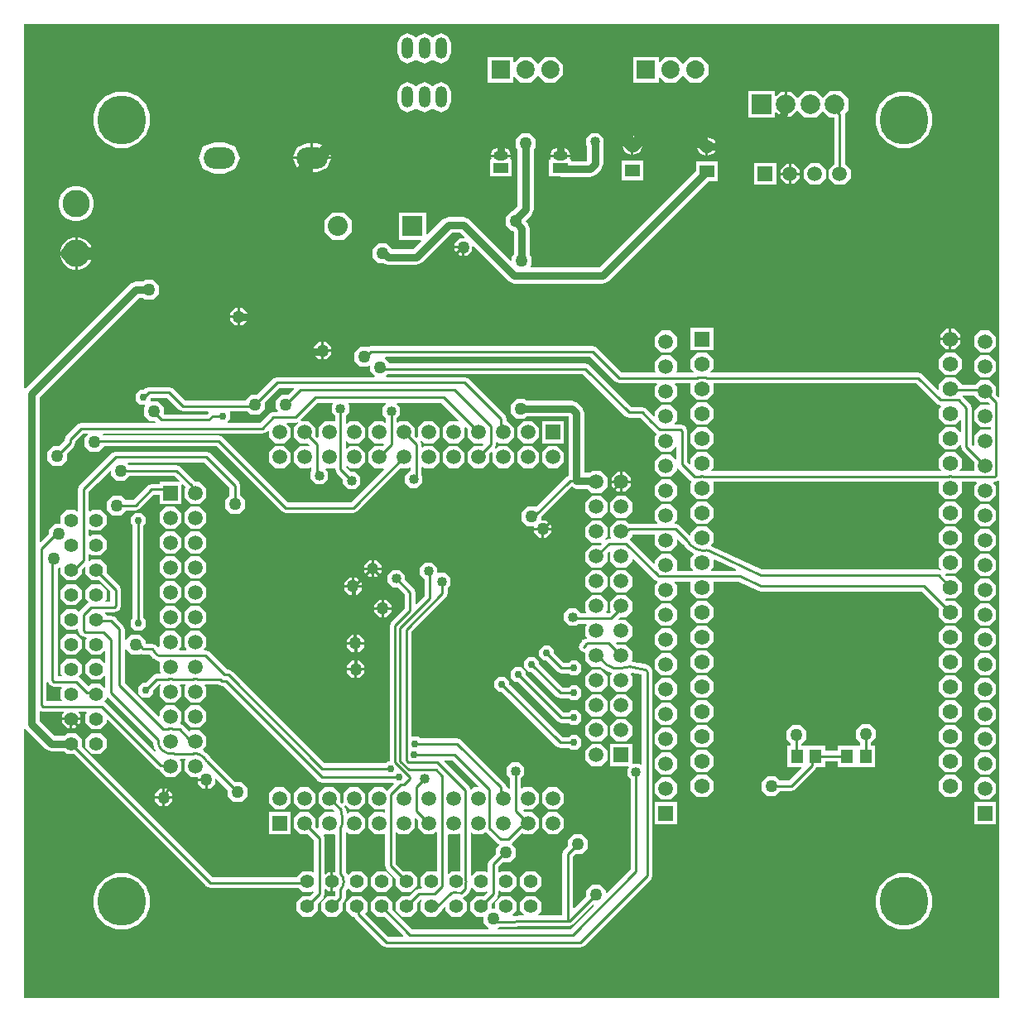
<source format=gbl>
G04*
G04 #@! TF.GenerationSoftware,Altium Limited,Altium Designer,21.3.2 (30)*
G04*
G04 Layer_Physical_Order=2*
G04 Layer_Color=16711680*
%FSTAX44Y44*%
%MOMM*%
G71*
G04*
G04 #@! TF.SameCoordinates,F8E9BDDD-FC12-4FEB-8D7F-7DE70A56B409*
G04*
G04*
G04 #@! TF.FilePolarity,Positive*
G04*
G01*
G75*
%ADD10C,0.2540*%
%ADD20C,0.7620*%
%ADD23R,1.2000X1.4000*%
%ADD69C,0.2540*%
%ADD70C,1.2700*%
%ADD71R,1.5000X1.0000*%
%ADD72O,1.5000X1.0000*%
%ADD73R,1.5000X1.3000*%
%ADD74O,1.5000X1.3000*%
%ADD75O,1.2000X2.2000*%
%ADD76R,1.8600X1.8600*%
%ADD77C,1.8600*%
%ADD78R,1.5000X1.5000*%
%ADD79C,1.5000*%
%ADD80R,1.5000X1.5000*%
%ADD81C,2.0320*%
%ADD82R,2.0320X2.0320*%
%ADD83C,1.5600*%
%ADD84R,1.5600X1.5600*%
%ADD85C,5.0000*%
%ADD86C,2.0000*%
%ADD87R,2.0000X2.0000*%
%ADD88C,1.4000*%
%ADD89C,2.7940*%
%ADD90O,3.2000X2.2000*%
%ADD91C,1.2700*%
%ADD92C,1.0160*%
%ADD93C,0.7620*%
%ADD94C,1.2000*%
G36*
X01006692Y00634694D02*
X01005518Y00634208D01*
X0100318Y00636546D01*
Y00644765D01*
X00996555Y0065139D01*
X00987185D01*
X00982644Y00646849D01*
X0096792D01*
Y00647429D01*
X00961119Y0065423D01*
X00951501D01*
X009447Y00647429D01*
Y00641933D01*
X00943527Y00641447D01*
X00927436Y00657538D01*
X00923548Y00659149D01*
X00711517D01*
X00711031Y00660322D01*
X0071392Y00663211D01*
Y00672829D01*
X00707119Y0067963D01*
X00697501D01*
X006907Y00672829D01*
Y00663211D01*
X00693589Y00660322D01*
X00693103Y00659149D01*
X00676803D01*
X00676317Y00660322D01*
X0067679Y00660795D01*
Y00670165D01*
X00670165Y0067679D01*
X00660795D01*
X0065417Y00670165D01*
Y00660795D01*
X00654643Y00660322D01*
X00654157Y00659149D01*
X00619897D01*
X00594438Y00684608D01*
X0059055Y00686218D01*
X00363438D01*
X00361474Y00685405D01*
X00361078Y006858D01*
X00352662D01*
X0034671Y00679848D01*
Y00671432D01*
X00352662Y0066548D01*
X00361078D01*
X00362047Y00666448D01*
X0036322Y00665962D01*
Y00660002D01*
X0036758Y00655642D01*
X00367094Y00654469D01*
X0026797D01*
X00264082Y00652858D01*
X00247494Y0063627D01*
X00240902D01*
X0023497Y00630339D01*
X00173728D01*
X00161368Y00642698D01*
X0015748Y00644308D01*
X00136506D01*
X00132618Y00642698D01*
X0013127Y0064135D01*
X00127654D01*
X0012319Y00636886D01*
Y00630574D01*
X00127654Y0062611D01*
X00132425D01*
X00132952Y0062484D01*
X0013208Y00623968D01*
Y00615552D01*
X00138032Y006096D01*
X00143008D01*
X00143957Y00608652D01*
X00143471Y00607478D01*
X0006731D01*
X00063422Y00605868D01*
X00052329Y00594775D01*
X00050718Y00590887D01*
Y00589355D01*
X00045564Y005842D01*
X00038972D01*
X0003302Y00578248D01*
Y00569832D01*
X00038972Y0056388D01*
X00047388D01*
X0005334Y00569832D01*
Y00576424D01*
X00060105Y00583189D01*
X00061716Y00587077D01*
Y0058861D01*
X00069588Y00596482D01*
X00073724D01*
X0007421Y00595308D01*
X0007112Y00592218D01*
Y00583802D01*
X00077072Y0057785D01*
X00085488D01*
X0009142Y00583782D01*
X00206002D01*
X00272972Y00516812D01*
X0027686Y00515201D01*
X0034566D01*
X00349548Y00516812D01*
X00393976Y0056124D01*
X00402195D01*
X00403538Y00562584D01*
X00404711Y00562098D01*
Y005588D01*
X00403988D01*
X0039878Y00553592D01*
Y00546228D01*
X00403988Y0054102D01*
X00411352D01*
X0041656Y00546228D01*
Y00553592D01*
X00415689Y00554464D01*
X00415709Y00554512D01*
Y00562098D01*
X00416882Y00562584D01*
X00418225Y0056124D01*
X00427595D01*
X0043422Y00567865D01*
Y00577235D01*
X00427595Y0058386D01*
X00418225D01*
X00416882Y00582517D01*
X00415709Y00583003D01*
Y0058525D01*
X00414216Y00588853D01*
X00415293Y00589573D01*
X00418225Y0058664D01*
X00427595D01*
X0043422Y00593265D01*
Y00602635D01*
X00427595Y0060926D01*
X00418225D01*
X004116Y00602635D01*
Y00593432D01*
X00410584Y00592652D01*
X0040882Y00594416D01*
Y00602635D01*
X00402195Y0060926D01*
X00392825D01*
X00391482Y00607917D01*
X00390308Y00608403D01*
Y00612686D01*
X003937Y00616078D01*
Y00623442D01*
X00390084Y00627058D01*
X0039057Y00628232D01*
X00435653D01*
X00453608Y00610276D01*
X00452828Y0060926D01*
X00443625D01*
X00437Y00602635D01*
Y00593265D01*
X00443625Y0058664D01*
X00452995D01*
X0045962Y00593265D01*
Y00602468D01*
X00460636Y00603248D01*
X004624Y00601484D01*
Y00593265D01*
X00469025Y0058664D01*
X00478228D01*
X00479008Y00585624D01*
X00477244Y0058386D01*
X00469025D01*
X004624Y00577235D01*
Y00567865D01*
X00469025Y0056124D01*
X00478395D01*
X0048502Y00567865D01*
Y00576084D01*
X00486784Y00577848D01*
X004878Y00577068D01*
Y00567865D01*
X00494425Y0056124D01*
X00503795D01*
X0051042Y00567865D01*
Y00577235D01*
X00503795Y0058386D01*
X00494425D01*
X00491493Y00580928D01*
X00490416Y00581647D01*
X00491908Y0058525D01*
Y00587497D01*
X00493082Y00587984D01*
X00494425Y0058664D01*
X00503795D01*
X0051042Y00593265D01*
Y00602635D01*
X00503795Y0060926D01*
X00502326D01*
Y00611882D01*
X00500716Y0061577D01*
X00463628Y00652858D01*
X0045974Y00654469D01*
X00379666D01*
X0037918Y00655642D01*
X0038098Y00657441D01*
X00580653D01*
X00623592Y00614502D01*
X0062748Y00612892D01*
X00639172D01*
X00646184Y0060588D01*
X00646352Y00605474D01*
X00655004Y00596822D01*
X00655379Y00596667D01*
X00655627Y00595421D01*
X0065417Y00593965D01*
Y00584595D01*
X00660795Y0057797D01*
X00670165D01*
X00675318Y00583123D01*
X00676491Y00582637D01*
Y00570523D01*
X00675318Y00570037D01*
X00670165Y0057519D01*
X00660795D01*
X0065417Y00568565D01*
Y00559195D01*
X00660795Y0055257D01*
X00670165D01*
X0067679Y00559195D01*
Y00561174D01*
X00678036Y00561422D01*
X00678102Y00561262D01*
X00689938Y00549426D01*
X00689938Y00549426D01*
X00689938Y00549426D01*
X00690682Y00548682D01*
X00691442Y00548367D01*
X0069174Y00546869D01*
X006907Y00545829D01*
Y00536211D01*
X00697501Y0052941D01*
X00707119D01*
X0071392Y00536211D01*
Y00545829D01*
X00713851Y00545898D01*
X00714337Y00547071D01*
X00944283D01*
X00944769Y00545898D01*
X009447Y00545829D01*
Y00536211D01*
X00951501Y0052941D01*
X00961119D01*
X0096792Y00536211D01*
Y00545829D01*
X00967851Y00545898D01*
X00968337Y00547071D01*
X00982807D01*
X00983293Y00545898D01*
X0098056Y00543165D01*
Y00533795D01*
X00987185Y0052717D01*
X00996555D01*
X0100318Y00533795D01*
Y00543165D01*
X01000447Y00545898D01*
X01000933Y00547071D01*
X01001692D01*
X01005422Y00548616D01*
X01006692Y00548134D01*
Y00019468D01*
X00009309D01*
X00009309Y00293939D01*
X00010554Y00294187D01*
X00010678Y00293888D01*
X00030998Y00273568D01*
X0003683Y00271152D01*
X0005011D01*
X00052672Y0026859D01*
X00060184D01*
X00195502Y00133272D01*
X0019939Y00131662D01*
X00289711D01*
X00293972Y001274D01*
X00302928D01*
X00303735Y00128208D01*
X00305087Y00127763D01*
X00305158Y00127294D01*
X00301484Y0012362D01*
X00293972D01*
X0028764Y00117288D01*
Y00108333D01*
X00293972Y00102D01*
X00302928D01*
X0030926Y00108333D01*
Y00115844D01*
X00315038Y00121622D01*
X00316649Y0012551D01*
Y00130261D01*
X00317822Y00130747D01*
X00319898Y0012867D01*
X0032258D01*
Y0013821D01*
Y0014775D01*
X00319898D01*
X00317822Y00145674D01*
X00316649Y0014616D01*
Y0018266D01*
X00315156Y00186263D01*
X00316233Y00186983D01*
X00316625Y0018659D01*
X00325995D01*
X00326068Y00186663D01*
X00327242Y00186178D01*
Y0014775D01*
X0032512D01*
Y0013821D01*
Y0012867D01*
X00327242D01*
Y00123978D01*
X00326884Y0012362D01*
X00319372D01*
X0031304Y00117288D01*
Y00108333D01*
X00319372Y00102D01*
X00328328D01*
X0033466Y00108333D01*
Y00115844D01*
X00336628Y00117812D01*
X00338238Y001217D01*
Y00128857D01*
X00339553Y00130824D01*
X00341119Y00131053D01*
X00344772Y001274D01*
X00353728D01*
X0036006Y00133733D01*
Y00142688D01*
X00353728Y0014902D01*
X00344772D01*
X00341119Y00145367D01*
X00339553Y00145597D01*
X00338238Y00147563D01*
Y00188581D01*
X00339509Y00189107D01*
X00342025Y0018659D01*
X00351395D01*
X0035802Y00193215D01*
Y00202585D01*
X00351395Y0020921D01*
X00342025D01*
X00340568Y00207753D01*
X00339352Y00208121D01*
X00338375Y00213034D01*
X0033835Y00213162D01*
X00337739Y00214075D01*
X00336995Y00214998D01*
X00336895Y0021524D01*
X00337754Y0021604D01*
X00337887Y00216129D01*
X00342025Y0021199D01*
X00351395D01*
X0035802Y00218615D01*
Y00227985D01*
X00351395Y0023461D01*
X00342025D01*
X003354Y00227985D01*
Y00218782D01*
X00334384Y00218002D01*
X0033262Y00219766D01*
Y00227985D01*
X00325995Y0023461D01*
X00316625D01*
X0031Y00227985D01*
Y00218615D01*
X00316625Y0021199D01*
X00324844D01*
X00326608Y00210226D01*
X00325828Y0020921D01*
X00316625D01*
X0031Y00202585D01*
Y00193382D01*
X00308984Y00192602D01*
X0030722Y00194366D01*
Y00202585D01*
X00300595Y0020921D01*
X00291225D01*
X002846Y00202585D01*
Y00193215D01*
X00291225Y0018659D01*
X00299444D01*
X00305651Y00180383D01*
Y00147956D01*
X00304478Y0014747D01*
X00302928Y0014902D01*
X00293972D01*
X0028764Y00142688D01*
Y00142659D01*
X00201668D01*
X0006796Y00276366D01*
Y00283878D01*
X00061628Y0029021D01*
X00052672D01*
X0005011Y00287648D01*
X00040246D01*
X00024758Y00303136D01*
Y00312267D01*
X00025814Y00312972D01*
X00028158Y00312001D01*
X00049201D01*
X00049686Y00310828D01*
X0004761Y00308752D01*
Y0030607D01*
X0005715D01*
X0006669D01*
Y00308752D01*
X00064613Y00310828D01*
X000651Y00312001D01*
X00072804D01*
X00073291Y00310828D01*
X0007174Y00309278D01*
Y00300322D01*
X00078072Y0029399D01*
X00087028D01*
X0009336Y00300322D01*
Y00303605D01*
X00094533Y00304091D01*
X0014507Y00253554D01*
X0014744Y00252572D01*
Y00251635D01*
X00154065Y0024501D01*
X00163435D01*
X0017006Y00251635D01*
Y00261005D01*
X00168497Y00262568D01*
X00168983Y00263741D01*
X00173917D01*
X00174403Y00262568D01*
X0017284Y00261005D01*
Y00251635D01*
X00179465Y0024501D01*
X0018669D01*
Y0024362D01*
X0019558D01*
Y0024235D01*
X0019685D01*
Y0023346D01*
X00199262D01*
X0020447Y00238668D01*
Y00243075D01*
X00205643Y00243561D01*
X0021717Y00232034D01*
Y00225442D01*
X00223122Y0021949D01*
X00231538D01*
X0023749Y00225442D01*
Y00233859D01*
X00231538Y0023981D01*
X00224946D01*
X00199938Y00264818D01*
X00199607Y00265149D01*
X00199607Y00265149D01*
X00199607Y00265149D01*
X00199607Y00265149D01*
X00199445Y00265216D01*
X00196882Y00269052D01*
X00193046Y00271616D01*
X00192979Y00271777D01*
X00192979Y00271777D01*
X00192979Y00271777D01*
X00192648Y00272108D01*
X00192372Y00272384D01*
X00191982Y00273557D01*
X0019546Y00277035D01*
Y00286405D01*
X00188835Y0029303D01*
X00179465D01*
X00178246Y0029181D01*
X00172272Y00297784D01*
X00171528Y00298528D01*
X00171528Y00298528D01*
X00171528Y00298528D01*
X00168783Y00299665D01*
X00168535Y00300911D01*
X0017006Y00302435D01*
Y00311805D01*
X00163435Y0031843D01*
X00154065D01*
X0014744Y00311805D01*
Y00307765D01*
X00146267Y00307279D01*
X00112179Y00341367D01*
Y00375847D01*
X00113449Y00376373D01*
X00118982Y0037084D01*
X00127398D01*
X00128269Y00371711D01*
X00130406Y00370826D01*
X00137754D01*
X00140514Y00366696D01*
X00140445Y00366576D01*
X00140445Y00366576D01*
X00140568Y00366278D01*
X00141487Y00365897D01*
X00146337Y00363889D01*
Y00363889D01*
X0014679Y00363751D01*
X0014744Y00362605D01*
Y00353235D01*
X00148563Y00352112D01*
X00148077Y00350938D01*
X0014478D01*
X00140892Y00349328D01*
X00133194Y0034163D01*
X00130194D01*
X0012573Y00337166D01*
Y00330854D01*
X00130194Y0032639D01*
X00136506D01*
X0014097Y00330854D01*
Y00333854D01*
X00147058Y00339941D01*
X00148517D01*
X00149003Y00338768D01*
X0014744Y00337205D01*
Y00327835D01*
X00154065Y0032121D01*
X00163435D01*
X0017006Y00327835D01*
Y00337205D01*
X00168497Y00338768D01*
X00168983Y00339941D01*
X00173917D01*
X00174403Y00338768D01*
X0017284Y00337205D01*
Y00327835D01*
X00179465Y0032121D01*
X00188835D01*
X0019546Y00327835D01*
Y00337205D01*
X00193897Y00338768D01*
X00194383Y00339941D01*
X00207182D01*
X0020735Y00339774D01*
X00211238Y00338163D01*
X0021286D01*
X00309802Y00241222D01*
X0031369Y00239611D01*
X00386891D01*
X00387605Y00238529D01*
X0038024Y00231164D01*
X00376795Y0023461D01*
X00367425D01*
X003608Y00227985D01*
Y00218615D01*
X00367425Y0021199D01*
X00376795D01*
X00377292Y00212488D01*
X00378466Y00212002D01*
Y00209199D01*
X00377292Y00208713D01*
X00376795Y0020921D01*
X00367425D01*
X003608Y00202585D01*
Y00193215D01*
X00367425Y0018659D01*
X00376795D01*
X00377292Y00187088D01*
X00378466Y00186602D01*
Y00154296D01*
X00380076Y00150408D01*
X0038924Y00141244D01*
Y00133733D01*
X00395572Y001274D01*
X00404528D01*
X0041086Y00133733D01*
Y00142688D01*
X00404528Y0014902D01*
X00397016D01*
X00389463Y00156574D01*
Y00188293D01*
X00390636Y00188779D01*
X00392825Y0018659D01*
X00402195D01*
X0040882Y00193215D01*
Y00202418D01*
X00409836Y00203198D01*
X004116Y00201434D01*
Y00193215D01*
X00418225Y0018659D01*
X00427595D01*
X00430208Y00189203D01*
X00431381Y00188717D01*
Y00149226D01*
X00430208Y0014874D01*
X00429928Y0014902D01*
X00420972D01*
X0041464Y00142688D01*
Y00133733D01*
X0041619Y00132182D01*
X00415704Y00131009D01*
X0041275D01*
X00408862Y00129398D01*
X00403084Y0012362D01*
X00395572D01*
X0038924Y00117288D01*
Y00108333D01*
X00395572Y00102D01*
X00404528D01*
X0041086Y00108333D01*
Y00115844D01*
X00414534Y00119518D01*
X00415003Y00119447D01*
X00415447Y00118095D01*
X0041464Y00117288D01*
Y00108333D01*
X00420972Y00102D01*
X00429928D01*
X0043626Y00108333D01*
Y00109714D01*
X00438867Y00112321D01*
X0044004Y00111834D01*
Y00108333D01*
X00446372Y00102D01*
X00455328D01*
X0046166Y00108333D01*
Y00117288D01*
X00457966Y00120982D01*
X00458214Y00122227D01*
X00459818Y00122892D01*
X00464278Y00127352D01*
X00465889Y0013124D01*
Y00131625D01*
X00467062Y00132111D01*
X00471772Y001274D01*
X00480728D01*
X00481535Y00128208D01*
X00482887Y00127763D01*
X00482958Y00127294D01*
X00479284Y0012362D01*
X00471772D01*
X0046544Y00117288D01*
Y00108333D01*
X00471772Y00102D01*
X0047879D01*
Y00096122D01*
X00484323Y00090589D01*
X00483797Y00089319D01*
X00405918D01*
X0038546Y00109776D01*
Y00117288D01*
X00379128Y0012362D01*
X00370172D01*
X0036384Y00117288D01*
Y00108333D01*
X00370172Y00102D01*
X00377684D01*
X00396812Y00082872D01*
X00396326Y00081699D01*
X00381788D01*
X00357607Y00105879D01*
X0036006Y00108333D01*
Y00117288D01*
X00353728Y0012362D01*
X00344772D01*
X0033844Y00117288D01*
Y00108333D01*
X00344772Y00102D01*
X00346729D01*
X00347291Y00100643D01*
X00375622Y00072312D01*
X0037951Y00070701D01*
X0057785D01*
X00581738Y00072312D01*
X00650318Y00140892D01*
X00651928Y0014478D01*
Y00352353D01*
X00651928Y00352354D01*
X00651928Y00352354D01*
X00651928Y00352745D01*
X00651793Y00353071D01*
X00651812Y00353115D01*
X00651606Y00353611D01*
X00651675Y00354393D01*
X00651558Y00354765D01*
X00650729Y00355754D01*
X00649722Y00358185D01*
X0064746Y00359122D01*
X00646676Y00359887D01*
X00646232Y00360185D01*
X00646232Y00360185D01*
X00643831Y0036118D01*
X00631062Y00362861D01*
X00630624Y00364149D01*
X00630638Y00364233D01*
X0063107Y00364665D01*
Y00374035D01*
X00624445Y0038066D01*
X00616226D01*
X00614462Y00382424D01*
X00615242Y0038344D01*
X00624445D01*
X0063107Y00390065D01*
Y00399435D01*
X00624445Y0040606D01*
X00617426D01*
X0061694Y00407234D01*
X00618546Y0040884D01*
X00624445D01*
X0063107Y00415465D01*
Y00424835D01*
X00624445Y0043146D01*
X00615075D01*
X0060845Y00424835D01*
Y00415465D01*
X00609035Y00414881D01*
X00607322Y00413168D01*
X00605033D01*
X00604547Y00414342D01*
X0060567Y00415465D01*
Y00424835D01*
X00599045Y0043146D01*
X00589675D01*
X0058305Y00424835D01*
Y00415465D01*
X00584174Y00414342D01*
X00583688Y00413168D01*
X00578574D01*
X00573912Y0041783D01*
X00566548D01*
X0056134Y00412622D01*
Y00405258D01*
X00566548Y0040005D01*
X00573912D01*
X00576034Y00402172D01*
X00584127D01*
X00584613Y00400998D01*
X0058305Y00399435D01*
Y00390065D01*
X00584452Y00388663D01*
X00584274Y00387319D01*
X00583496Y00386804D01*
X00583496D01*
X00582363Y00386335D01*
X0058116Y00385836D01*
X0057989Y0038531D01*
X0057989Y0038531D01*
X00579589Y00384165D01*
X00577772Y00382348D01*
X00576161Y0037846D01*
X00577772Y00374572D01*
X0058166Y00372961D01*
X00581994Y003731D01*
X0058305Y00372394D01*
Y00364665D01*
X00589675Y0035804D01*
X00598339D01*
X00599883Y00357008D01*
X00600075Y00356853D01*
X00600232Y00356476D01*
X00601432Y00355979D01*
X00602486Y0035528D01*
X0060655Y00352565D01*
X00610092Y0035186D01*
X0061046Y00350645D01*
X0060845Y00348635D01*
Y00339265D01*
X00615075Y0033264D01*
X00624445D01*
X0063107Y00339265D01*
Y00348635D01*
X00629473Y00350232D01*
X00629458Y003503D01*
X00630033Y00351468D01*
X00640715Y00350061D01*
X00640931Y00349539D01*
Y0025849D01*
X00639758Y00258004D01*
X00638682Y0025908D01*
X00631318D01*
X0063107Y00259183D01*
Y0027906D01*
X0060845D01*
Y0025644D01*
X00627018D01*
X00627505Y00255267D01*
X0062611Y00253872D01*
Y00246508D01*
X00629501Y00243116D01*
Y00150868D01*
X00604968Y00126334D01*
X00603795Y0012682D01*
Y00129394D01*
X00597843Y00135345D01*
X00589426D01*
X00583475Y00129394D01*
Y00122801D01*
X00571822Y00111149D01*
X00570648Y00111635D01*
Y00164092D01*
X00572926Y0016637D01*
X00579518D01*
X0058547Y00172322D01*
Y00180738D01*
X00579518Y0018669D01*
X00571102D01*
X0056515Y00180738D01*
Y00174146D01*
X00561262Y00170258D01*
X00559651Y0016637D01*
Y0010376D01*
X00534947D01*
X00534461Y00104933D01*
X0053786Y00108333D01*
Y00117288D01*
X00531528Y0012362D01*
X00522572D01*
X0051624Y00117288D01*
Y00108333D01*
X00519951Y00104622D01*
X00519481Y00103442D01*
X00508959Y00103163D01*
X00508458Y0010433D01*
X0051246Y00108333D01*
Y00117288D01*
X00506128Y0012362D01*
X00497172D01*
X0049084Y00117288D01*
Y0011049D01*
X0048706D01*
Y00115844D01*
X00492838Y00121622D01*
X00494449Y0012551D01*
Y00128465D01*
X00495622Y00128951D01*
X00497172Y001274D01*
X00506128D01*
X0051246Y00133733D01*
Y00142688D01*
X00506128Y0014902D01*
X00497172D01*
X00495622Y0014747D01*
X00494449Y00147956D01*
Y00153713D01*
X00498816Y0015808D01*
X00505921D01*
X00511873Y00164032D01*
Y00172449D01*
X00507833Y00176489D01*
X00508078Y00177722D01*
X00518386Y0018803D01*
X00519825Y0018659D01*
X00529195D01*
X0053582Y00193215D01*
Y00202585D01*
X00529195Y0020921D01*
X00520976D01*
X00519212Y00210974D01*
X00519992Y0021199D01*
X00529195D01*
X0053582Y00218615D01*
Y00227985D01*
X00529195Y0023461D01*
X00519825D01*
X00518482Y00233267D01*
X00517309Y00233753D01*
Y00244386D01*
X005207Y00247778D01*
Y00255142D01*
X00515492Y0026035D01*
X00508128D01*
X0050292Y00255142D01*
Y00247778D01*
X00506311Y00244386D01*
Y00233753D01*
X00505138Y00233267D01*
X00503795Y0023461D01*
X00502224D01*
Y00234794D01*
X00500614Y00238682D01*
X00456008Y00283288D01*
X0045212Y00284898D01*
X00414218D01*
X00412096Y0028702D01*
X00405784D01*
X00405549Y00287117D01*
Y00393962D01*
X00440768Y00429182D01*
X00442379Y0043307D01*
Y00438696D01*
X00445278Y00441596D01*
Y0044896D01*
X0044007Y00454168D01*
X00432706D01*
X004318Y00454543D01*
Y00459612D01*
X00426592Y0046482D01*
X00419228D01*
X0041402Y00459612D01*
Y00452248D01*
X00418681Y00447586D01*
Y00430268D01*
X00410532Y00422118D01*
X00409358Y00422604D01*
Y0043434D01*
X00407748Y00438228D01*
X0039878Y00447196D01*
Y00451992D01*
X00393572Y004572D01*
X00386208D01*
X00381Y00451992D01*
Y00444628D01*
X00386208Y0043942D01*
X00391004D01*
X00398362Y00432062D01*
Y00417567D01*
X00384732Y00403937D01*
X00383121Y00400049D01*
Y0026162D01*
X00380638D01*
X00378516Y00259499D01*
X00316083D01*
X00221682Y003539D01*
X00217794Y0035551D01*
X00216146D01*
X00198198Y00373458D01*
X0019431Y00375069D01*
X00193552D01*
X00193067Y00376242D01*
X0019546Y00378635D01*
Y00388005D01*
X00188835Y0039463D01*
X00179465D01*
X0017284Y00388005D01*
Y00378635D01*
X00175233Y00376242D01*
X00174748Y00375069D01*
X00168153D01*
X00167666Y00376242D01*
X0017006Y00378635D01*
Y00388005D01*
X00163435Y0039463D01*
X00154065D01*
X0014744Y00388005D01*
Y00379168D01*
X0014641Y00378445D01*
X00145187Y00378727D01*
X00145089Y00378761D01*
X00144741Y00379593D01*
X0014474Y00379595D01*
X00144733Y00379615D01*
X00144733Y00379616D01*
X00144732Y00379617D01*
X00144732Y00379617D01*
X00144731Y00379616D01*
X0014384Y00380213D01*
X00143655Y00380289D01*
X00141839Y00381041D01*
X00139952Y00381823D01*
X0013335D01*
Y00385208D01*
X00127398Y0039116D01*
X00118982D01*
X00113449Y00385627D01*
X00112179Y00386153D01*
Y00396108D01*
X00111398Y00397993D01*
X00110665Y00399897D01*
X00109966Y00400632D01*
X00109966Y00400632D01*
X00103728Y00407194D01*
X00103558Y0040741D01*
X00103006Y00408189D01*
X0010333Y00407699D01*
X00102884Y00408361D01*
X00102882Y00408364D01*
X00103006Y00408189D01*
X00102869Y00408397D01*
X00102868Y00408398D01*
X00102868Y00408399D01*
X00102862Y00408393D01*
X00101976Y00408994D01*
X00101802Y00409066D01*
X00099975Y00409823D01*
X00098088Y00410605D01*
X0009336D01*
Y00410878D01*
X0009181Y00412428D01*
X00092296Y00413601D01*
X00101382D01*
X0010527Y00415212D01*
X00106758Y004167D01*
X00108369Y00420588D01*
Y0043688D01*
X00106758Y00440768D01*
X0009336Y00454166D01*
Y00461678D01*
X00087028Y0046801D01*
X00078072D01*
X00076184Y00466121D01*
X00075128Y00466827D01*
X00075349Y0046736D01*
Y00472854D01*
X00076522Y0047334D01*
X00078072Y0047179D01*
X00087028D01*
X0009336Y00478122D01*
Y00487078D01*
X00087028Y0049341D01*
X00078072D01*
X00076522Y0049186D01*
X00075349Y00492346D01*
Y00498255D01*
X00076522Y00498741D01*
X00078072Y0049719D01*
X00087028D01*
X0009336Y00503522D01*
Y00512478D01*
X00087028Y0051881D01*
X00078072D01*
X00076522Y00517259D01*
X00075349Y00517746D01*
Y00537472D01*
X00083898Y00546022D01*
X00083898Y00546022D01*
X00096617Y00558741D01*
X0009779Y00558255D01*
Y00554372D01*
X00103742Y0054842D01*
X00112158D01*
X0011682Y00553082D01*
X00162822D01*
X00167701Y00548204D01*
X00167215Y0054703D01*
X0014744D01*
Y00545029D01*
X0013923D01*
X00135342Y00543418D01*
X00120662Y00528739D01*
X0011301D01*
X00108348Y005334D01*
X00099932D01*
X0009398Y00527448D01*
Y00519032D01*
X00099932Y0051308D01*
X00108348D01*
X0011301Y00517742D01*
X0012294D01*
X00126827Y00519352D01*
X00141507Y00534032D01*
X0014744D01*
Y0052441D01*
X0017006D01*
Y00544185D01*
X00171233Y00544671D01*
X0017417Y00541735D01*
X0017284Y00540405D01*
Y00531035D01*
X00179465Y0052441D01*
X00188835D01*
X0019546Y00531035D01*
Y00540405D01*
X00188835Y0054703D01*
X00184426D01*
X00168988Y00562468D01*
X001651Y00564079D01*
X0011682D01*
X001148Y00566098D01*
X00115286Y00567271D01*
X00193083D01*
X00219291Y00541063D01*
Y0053338D01*
X0021463Y00528718D01*
Y00520302D01*
X00220582Y0051435D01*
X00228998D01*
X0023495Y00520302D01*
Y00528718D01*
X00230289Y0053338D01*
Y0054334D01*
X00228678Y00547228D01*
X00199248Y00576658D01*
X0019536Y00578269D01*
X0010287D01*
X00098982Y00576658D01*
X00076122Y00553798D01*
X00076122Y00553798D01*
X00065962Y00543638D01*
X00064352Y0053975D01*
Y00517746D01*
X00063178Y00517259D01*
X00061628Y0051881D01*
X00052672D01*
X0004634Y00512478D01*
Y005043D01*
X00040242D01*
X0003429Y00498349D01*
Y00494186D01*
X00025931Y00485827D01*
X00024758Y00486313D01*
Y00634124D01*
X00126386Y00735752D01*
X00131039D01*
X00132952Y0073384D01*
X00141368D01*
X0014732Y00739792D01*
Y00748208D01*
X00141368Y0075416D01*
X00132952D01*
X00131039Y00752248D01*
X0012297D01*
X00117138Y00749832D01*
X00010678Y00643372D01*
X00010554Y00643073D01*
X00009309Y00643321D01*
X00009309Y01015582D01*
X01006692D01*
Y00634694D01*
D02*
G37*
G36*
X00167562Y00620952D02*
X0017145Y00619342D01*
X00197019D01*
X00197545Y00618072D01*
X00195842Y00616369D01*
X001524D01*
Y00623968D01*
X00146448Y0062992D01*
X00139429D01*
X0013843Y00630574D01*
X0013843Y00631025D01*
Y00632958D01*
X00138784Y00633312D01*
X00155202D01*
X00167562Y00620952D01*
D02*
G37*
G36*
X00285272Y00642298D02*
X00279244Y0063627D01*
X00272652D01*
X002667Y00630318D01*
Y00621902D01*
X0026852Y00620082D01*
X00268034Y00618909D01*
X0026416D01*
X00260272Y00617298D01*
X00250452Y00607478D01*
X00217324D01*
X00216838Y00608652D01*
X0021971Y00611524D01*
Y00617836D01*
X00219378Y00618168D01*
X00219864Y00619342D01*
X0023751D01*
X00240902Y0061595D01*
X00249318D01*
X0025527Y00621902D01*
Y00628494D01*
X00270248Y00643472D01*
X00284786D01*
X00285272Y00642298D01*
D02*
G37*
G36*
X00324926Y00627058D02*
X0032385Y00625982D01*
Y00618618D01*
X00327242Y00615226D01*
Y00609673D01*
X00326068Y00609187D01*
X00325995Y0060926D01*
X00316625D01*
X0031Y00602635D01*
Y00593432D01*
X00308984Y00592652D01*
X0030722Y00594416D01*
Y00602635D01*
X00300595Y0060926D01*
X00292442D01*
X00291916Y0061053D01*
X00309618Y00628232D01*
X0032444D01*
X00324926Y00627058D01*
D02*
G37*
G36*
X00379536D02*
X0037592Y00623442D01*
Y00616078D01*
X00379311Y00612686D01*
Y00608403D01*
X00378138Y00607917D01*
X00376795Y0060926D01*
X00367425D01*
X003608Y00602635D01*
Y00593265D01*
X00367425Y0058664D01*
X00376628D01*
X00377408Y00585624D01*
X00375644Y0058386D01*
X00367425D01*
X003608Y00577235D01*
Y00567865D01*
X00367425Y0056124D01*
X00376628D01*
X00377408Y00560224D01*
X00343382Y00526199D01*
X00279138D01*
X00212168Y00593168D01*
X0020828Y00594779D01*
X0008948D01*
X00089155Y00595211D01*
X0008979Y00596482D01*
X0025273D01*
X00256618Y00598092D01*
X00258027Y00599501D01*
X002592Y00599015D01*
Y00593265D01*
X00265825Y0058664D01*
X00275195D01*
X0028182Y00593265D01*
Y00602635D01*
X00277717Y00606738D01*
X00278203Y00607911D01*
X0028702D01*
X0028883Y00608661D01*
X0028955Y00607585D01*
X002846Y00602635D01*
Y00593265D01*
X00291225Y0058664D01*
X00299444D01*
X00301208Y00584876D01*
X00300428Y0058386D01*
X00291225D01*
X002846Y00577235D01*
Y00567865D01*
X00291225Y0056124D01*
X00300595D01*
X00301938Y00562584D01*
X00303111Y00562098D01*
Y00558322D01*
X00303131Y00558274D01*
X0030226Y00557402D01*
Y00550038D01*
X00307468Y0054483D01*
X00314832D01*
X0032004Y00550038D01*
Y00557402D01*
X00317472Y0055997D01*
X00317998Y0056124D01*
X00325995D01*
X00326068Y00561314D01*
X00327242Y00560827D01*
Y0056007D01*
X00328852Y00556182D01*
X0033528Y00549754D01*
Y00544958D01*
X00340488Y0053975D01*
X00347852D01*
X0035306Y00544958D01*
Y00552322D01*
X00347852Y0055753D01*
X00343056D01*
X00338392Y00562194D01*
X00338487Y00563021D01*
X00339756Y00563509D01*
X00342025Y0056124D01*
X00351395D01*
X0035802Y00567865D01*
Y00577235D01*
X00351395Y0058386D01*
X00342025D01*
X00339412Y00581247D01*
X00338238Y00581733D01*
Y00588768D01*
X00339412Y00589254D01*
X00342025Y0058664D01*
X00351395D01*
X0035802Y00593265D01*
Y00602635D01*
X00351395Y0060926D01*
X00342025D01*
X00339412Y00606647D01*
X00338238Y00607133D01*
Y00615226D01*
X0034163Y00618618D01*
Y00625982D01*
X00340554Y00627058D01*
X0034104Y00628232D01*
X0037905D01*
X00379536Y00627058D01*
D02*
G37*
G36*
X00613732Y00649762D02*
X0061762Y00648152D01*
X00655898D01*
X00656384Y00646978D01*
X0065417Y00644765D01*
Y00635395D01*
X00660795Y0062877D01*
X00670165D01*
X0067679Y00635395D01*
Y00644765D01*
X00674576Y00646978D01*
X00675062Y00648152D01*
X00690401D01*
X006907Y00647429D01*
Y00637811D01*
X00697501Y0063101D01*
X00707119D01*
X0071392Y00637811D01*
Y00647429D01*
X00714219Y00648152D01*
X0092127D01*
X009423Y00627122D01*
X00946188Y00625511D01*
X00946523D01*
X00947009Y00624338D01*
X009447Y00622029D01*
Y00612411D01*
X00951501Y0060561D01*
X00961119D01*
X00966148Y00610639D01*
X00967321Y00610153D01*
Y00598887D01*
X00966148Y00598401D01*
X00961119Y0060343D01*
X00951501D01*
X009447Y00596629D01*
Y00587011D01*
X00951501Y0058021D01*
X00961119D01*
X00966148Y00585239D01*
X00967321Y00584753D01*
Y0058293D01*
X00968932Y00579042D01*
X0098056Y00567414D01*
Y00559195D01*
X00980093Y00558069D01*
X00966037D01*
X00965551Y00559242D01*
X0096792Y00561611D01*
Y00571229D01*
X00961119Y0057803D01*
X00951501D01*
X009447Y00571229D01*
Y00561611D01*
X00947069Y00559242D01*
X00946583Y00558069D01*
X00712037D01*
X00711551Y00559242D01*
X0071392Y00561611D01*
Y00571229D01*
X00707119Y0057803D01*
X00697501D01*
X006907Y00571229D01*
Y00565875D01*
X00689527Y00565389D01*
X00687488Y00567428D01*
Y00599222D01*
X00685878Y0060311D01*
X0068439Y00604598D01*
X00680502Y00606208D01*
X00674663D01*
X00674177Y00607382D01*
X0067679Y00609995D01*
Y00619365D01*
X00670165Y0062599D01*
X00660795D01*
X0065417Y00619365D01*
Y00615242D01*
X006529Y00614716D01*
X00645338Y00622278D01*
X0064145Y00623889D01*
X00629757D01*
X00586818Y00666828D01*
X0058293Y00668438D01*
X0038352D01*
X00378007Y00673951D01*
X00378533Y00675221D01*
X00588273D01*
X00613732Y00649762D01*
D02*
G37*
G36*
X0098056Y00635395D02*
X00987185Y0062877D01*
X00995404D01*
X00997168Y00627006D01*
X00996388Y0062599D01*
X00987185D01*
X0098056Y00619365D01*
Y00609995D01*
X00987185Y0060337D01*
X00996555D01*
X00997682Y00602903D01*
Y00601057D01*
X00996555Y0060059D01*
X00987185D01*
X0098056Y00593965D01*
Y00584762D01*
X00979544Y00583982D01*
X00978318Y00585208D01*
Y00622733D01*
X00976708Y00626621D01*
X00968748Y00634581D01*
X00969195Y00635852D01*
X0098056D01*
Y00635395D01*
D02*
G37*
G36*
X0007174Y00459814D02*
Y00452722D01*
X00078072Y0044639D01*
X00085584D01*
X00097372Y00434602D01*
Y00424599D01*
X00092296D01*
X0009181Y00425772D01*
X0009336Y00427322D01*
Y00436278D01*
X00087028Y0044261D01*
X00078072D01*
X0007174Y00436278D01*
Y00427322D01*
X00074572Y0042449D01*
X00074324Y00423245D01*
X00073704Y00422988D01*
X00065962Y00415246D01*
X00065705Y00414626D01*
X0006446Y00414378D01*
X00061628Y0041721D01*
X00052672D01*
X0004634Y00410878D01*
Y00401922D01*
X00052672Y0039559D01*
X00061628D01*
X00063178Y00397141D01*
X00064352Y00396655D01*
Y00395188D01*
X00065962Y003913D01*
X0006745Y00389812D01*
X00071338Y00388201D01*
X00072804D01*
X00073291Y00387028D01*
X0007174Y00385478D01*
Y00376522D01*
X00078072Y0037019D01*
X00087028D01*
X00091118Y0037428D01*
X00092291Y00373794D01*
Y00362806D01*
X00091118Y0036232D01*
X00087028Y0036641D01*
X00078072D01*
X0007174Y00360078D01*
Y00351122D01*
X00078072Y0034479D01*
X00087028D01*
X00091118Y0034888D01*
X00092291Y00348394D01*
Y00337406D01*
X00091118Y0033692D01*
X00087028Y0034101D01*
X00078072D01*
X00074984Y00337922D01*
X00066118Y00346788D01*
X00065412Y00347081D01*
X00065164Y00348326D01*
X0006796Y00351122D01*
Y00360078D01*
X00061628Y0036641D01*
X00052672D01*
X0004634Y00360078D01*
Y00351122D01*
X00047891Y00349572D01*
X00047404Y00348399D01*
X00043598D01*
Y0045849D01*
X00045167Y00460058D01*
X0004634Y00459572D01*
Y00452722D01*
X00052672Y0044639D01*
X00061628D01*
X0006796Y00452722D01*
Y00457694D01*
X00070567Y00460301D01*
X0007174Y00459814D01*
D02*
G37*
G36*
X00034212Y003405D02*
X000357Y00339012D01*
X00039588Y00337402D01*
X00047404D01*
X00047891Y00336228D01*
X0004634Y00334678D01*
Y00325722D01*
X00047891Y00324172D01*
X00047404Y00322999D01*
X00032169D01*
Y00342114D01*
X00033438Y00342367D01*
X00034212Y003405D01*
D02*
G37*
G36*
X00140987Y00280496D02*
X00142115Y0027483D01*
X00144072Y002719D01*
X00143085Y00271091D01*
X00092788Y00321388D01*
X00091184Y00322053D01*
X00090936Y00323298D01*
X0009336Y00325722D01*
Y00326328D01*
X0009463Y00326854D01*
X00140987Y00280496D01*
D02*
G37*
G36*
X00473991Y00235784D02*
X00473504Y0023461D01*
X00469025D01*
X00466945Y00232529D01*
X00465446Y00232827D01*
X00464278Y00235648D01*
X00438628Y00261298D01*
X00439114Y00262472D01*
X00447303D01*
X00473991Y00235784D01*
D02*
G37*
G36*
X00454892Y00186828D02*
Y0014902D01*
X00446372D01*
X00443552Y001462D01*
X00442379Y00146686D01*
Y00186178D01*
X00443552Y00186663D01*
X00443625Y0018659D01*
X00452995D01*
X00453718Y00187313D01*
X00454892Y00186828D01*
D02*
G37*
G36*
X00469025Y0018659D02*
X00478395D01*
X00480267Y00188463D01*
X00482002Y00188402D01*
X00492682Y00177722D01*
X00494556Y00176946D01*
X00494804Y001757D01*
X00491553Y00172449D01*
Y00166369D01*
X00485062Y00159878D01*
X00483451Y0015599D01*
Y00147956D01*
X00482278Y0014747D01*
X00480728Y0014902D01*
X00471772D01*
X00467062Y0014431D01*
X00465889Y00144796D01*
Y00188067D01*
X00467062Y00188554D01*
X00469025Y0018659D01*
D02*
G37*
G36*
X00591362Y00114524D02*
X00591811Y00113177D01*
X00567952Y00089319D01*
X00494103D01*
X00493577Y00090589D01*
X00494775Y00091787D01*
X00531625Y00092763D01*
X00566711D01*
X00570599Y00094373D01*
X00590826Y00114601D01*
X00591362Y00114524D01*
D02*
G37*
%LPC*%
G36*
X0043532Y01006468D02*
X00427812Y01003358D01*
X00427455Y01002497D01*
X00426185D01*
X00425828Y01003358D01*
X0041832Y01006468D01*
X00410812Y01003358D01*
X00410455Y01002497D01*
X00409185D01*
X00408828Y01003358D01*
X0040132Y01006468D01*
X00393812Y01003358D01*
X00390702Y0099585D01*
Y0098585D01*
X00393812Y00978342D01*
X0040132Y00975232D01*
X00408828Y00978342D01*
X00409185Y00979203D01*
X00410455D01*
X00410812Y00978342D01*
X0041832Y00975232D01*
X00425828Y00978342D01*
X00426185Y00979203D01*
X00427455D01*
X00427812Y00978342D01*
X0043532Y00975232D01*
X00442828Y00978342D01*
X00445938Y0098585D01*
Y0099585D01*
X00442828Y01003358D01*
X0043532Y01006468D01*
D02*
G37*
G36*
X0070139Y0098212D02*
X0069053D01*
X0068326Y0097485D01*
X0067599Y0098212D01*
X0066513D01*
X00659443Y00976434D01*
X0065827Y0097692D01*
Y0098212D01*
X0063205D01*
Y009559D01*
X0065827D01*
Y009611D01*
X00659443Y00961586D01*
X0066513Y009559D01*
X0067599D01*
X0068326Y0096317D01*
X0069053Y009559D01*
X0070139D01*
X0070907Y0096358D01*
Y0097444D01*
X0070139Y0098212D01*
D02*
G37*
G36*
X005528D02*
X0054194D01*
X0053467Y0097485D01*
X005274Y0098212D01*
X0051654D01*
X00510853Y00976434D01*
X0050968Y0097692D01*
Y0098212D01*
X0048346D01*
Y009559D01*
X0050968D01*
Y009611D01*
X00510853Y00961586D01*
X0051654Y009559D01*
X005274D01*
X0053467Y0096317D01*
X0054194Y009559D01*
X005528D01*
X0056048Y0096358D01*
Y0097444D01*
X005528Y0098212D01*
D02*
G37*
G36*
X0043532Y00956468D02*
X00427812Y00953358D01*
X00427455Y00952497D01*
X00426185D01*
X00425828Y00953358D01*
X0041832Y00956468D01*
X00410812Y00953358D01*
X00410455Y00952497D01*
X00409185D01*
X00408828Y00953358D01*
X0040132Y00956468D01*
X00393812Y00953358D01*
X00390702Y0094585D01*
Y0093585D01*
X00393812Y00928342D01*
X0040132Y00925232D01*
X00408828Y00928342D01*
X00409185Y00929203D01*
X00410455D01*
X00410812Y00928342D01*
X0041832Y00925232D01*
X00425828Y00928342D01*
X00426185Y00929203D01*
X00427455D01*
X00427812Y00928342D01*
X0043532Y00925232D01*
X00442828Y00928342D01*
X00445938Y0093585D01*
Y0094585D01*
X00442828Y00953358D01*
X0043532Y00956468D01*
D02*
G37*
G36*
X0084392Y0094726D02*
X0083248D01*
X008257Y0094048D01*
X0081892Y0094726D01*
X00807479D01*
X00799802Y00939582D01*
X00793394Y0094599D01*
X0078947D01*
Y0093345D01*
Y0092091D01*
X00793394D01*
X00799802Y00927318D01*
X00807479Y0091964D01*
X0081892D01*
X008257Y0092642D01*
X0083248Y0091964D01*
X00837764D01*
Y00872844D01*
X00831953Y00867032D01*
Y00857663D01*
X00838578Y00851038D01*
X00847947D01*
X00854573Y00857663D01*
Y00867032D01*
X00848761Y00872844D01*
Y00923663D01*
X00848521Y00924241D01*
X0085201Y0092773D01*
Y0093917D01*
X0084392Y0094726D01*
D02*
G37*
G36*
X0077701D02*
X0074939D01*
Y0091964D01*
X0077701D01*
Y00925246D01*
X00778183Y00925732D01*
X00783006Y0092091D01*
X0078693D01*
Y0093345D01*
Y0094599D01*
X00783006D01*
X00778183Y00941168D01*
X0077701Y00941654D01*
Y0094726D01*
D02*
G37*
G36*
X0063246Y00900993D02*
Y0089259D01*
X00641449D01*
X00639109Y00898239D01*
X0063246Y00900993D01*
D02*
G37*
G36*
X0062992D02*
X00623271Y00898239D01*
X00620931Y0089259D01*
X0062992D01*
Y00900993D01*
D02*
G37*
G36*
X0070866Y00899943D02*
Y0089154D01*
X00717649D01*
X00715309Y00897189D01*
X0070866Y00899943D01*
D02*
G37*
G36*
X0070612D02*
X00699471Y00897189D01*
X00697131Y0089154D01*
X0070612D01*
Y00899943D01*
D02*
G37*
G36*
X00914621Y0094659D02*
X00903159D01*
X0089257Y00942204D01*
X00884466Y009341D01*
X0088008Y00923511D01*
Y00912049D01*
X00884466Y0090146D01*
X0089257Y00893356D01*
X00903159Y0088897D01*
X00914621D01*
X0092521Y00893356D01*
X00933314Y0090146D01*
X009377Y00912049D01*
Y00923511D01*
X00933314Y009341D01*
X0092521Y00942204D01*
X00914621Y0094659D01*
D02*
G37*
G36*
X00114621D02*
X00103159D01*
X0009257Y00942204D01*
X00084466Y009341D01*
X0008008Y00923511D01*
Y00912049D01*
X00084466Y0090146D01*
X0009257Y00893356D01*
X00103159Y0088897D01*
X00114621D01*
X0012521Y00893356D01*
X00133314Y0090146D01*
X001377Y00912049D01*
Y00923511D01*
X00133314Y009341D01*
X0012521Y00942204D01*
X00114621Y0094659D01*
D02*
G37*
G36*
X00559726Y00889171D02*
X00558497D01*
Y0088228D01*
X00567362D01*
X00565497Y00886781D01*
X00559726Y00889171D01*
D02*
G37*
G36*
X00555956D02*
X00554727D01*
X00548956Y00886781D01*
X00547091Y0088228D01*
X00555956D01*
Y00889171D01*
D02*
G37*
G36*
X0049907Y00889171D02*
X0049784D01*
Y0088228D01*
X00506705D01*
X00504841Y00886781D01*
X0049907Y00889171D01*
D02*
G37*
G36*
X004953D02*
X0049407D01*
X00488299Y00886781D01*
X00486435Y0088228D01*
X004953D01*
Y00889171D01*
D02*
G37*
G36*
X00641449Y0089005D02*
X0063246D01*
Y00881647D01*
X00639109Y00884401D01*
X00641449Y0089005D01*
D02*
G37*
G36*
X0062992D02*
X00620931D01*
X00623271Y00884401D01*
X0062992Y00881647D01*
Y0089005D01*
D02*
G37*
G36*
X00717649Y00889D02*
X0070866D01*
Y00880597D01*
X00715309Y00883351D01*
X00717649Y00889D01*
D02*
G37*
G36*
X0070612D02*
X00697131D01*
X00699471Y00883351D01*
X0070612Y00880597D01*
Y00889D01*
D02*
G37*
G36*
X00308529Y00893496D02*
X00304799D01*
Y0088011D01*
X00322659D01*
X00318892Y00889203D01*
X00308529Y00893496D01*
D02*
G37*
G36*
X00302259D02*
X00298529D01*
X00288166Y00889203D01*
X002844Y0088011D01*
X00302259D01*
Y00893496D01*
D02*
G37*
G36*
X00596772Y0090424D02*
X00589408D01*
X005842Y00899032D01*
Y00891668D01*
X00584842Y00891025D01*
Y00875906D01*
X00584303Y00875368D01*
X00568536D01*
Y0087712D01*
X0056742D01*
X00566714Y00878176D01*
X00567362Y0087974D01*
X00557226D01*
X00547091D01*
X00547739Y00878176D01*
X00547034Y0087712D01*
X00545917D01*
Y008595D01*
X00556901D01*
X00558417Y00858872D01*
X0058772D01*
X00593552Y00861288D01*
X00598922Y00866658D01*
X00601338Y0087249D01*
Y00891025D01*
X0060198Y00891668D01*
Y00899032D01*
X00596772Y0090424D01*
D02*
G37*
G36*
X00322659Y0087757D02*
X00304799D01*
Y00864184D01*
X00308529D01*
X00318892Y00868477D01*
X00322659Y0087757D01*
D02*
G37*
G36*
X00302259D02*
X002844D01*
X00288166Y00868477D01*
X00298529Y00864184D01*
X00302259D01*
Y0087757D01*
D02*
G37*
G36*
X00796621Y00872387D02*
X00793733D01*
Y00863617D01*
X00802503D01*
Y00866506D01*
X00796621Y00872387D01*
D02*
G37*
G36*
X00791192D02*
X00788304D01*
X00782422Y00866506D01*
Y00863617D01*
X00791192D01*
Y00872387D01*
D02*
G37*
G36*
X00213528Y0089487D02*
X00203528D01*
X00192193Y00890175D01*
X00187498Y0087884D01*
X00192193Y00867505D01*
X00203528Y0086281D01*
X00213528D01*
X00224863Y00867505D01*
X00229558Y0087884D01*
X00224863Y00890175D01*
X00213528Y0089487D01*
D02*
G37*
G36*
X00506705Y0087974D02*
X0049657D01*
X00486435D01*
X00487083Y00878176D01*
X00486377Y0087712D01*
X0048526D01*
Y008595D01*
X0050788D01*
Y0087712D01*
X00506763D01*
X00506057Y00878176D01*
X00506705Y0087974D01*
D02*
G37*
G36*
X006425Y0087623D02*
X0061988D01*
Y0085561D01*
X006425D01*
Y0087623D01*
D02*
G37*
G36*
X00802503Y00861077D02*
X00793733D01*
Y00852308D01*
X00796621D01*
X00802503Y00858189D01*
Y00861077D01*
D02*
G37*
G36*
X00791192D02*
X00782422D01*
Y00858189D01*
X00788304Y00852308D01*
X00791192D01*
Y00861077D01*
D02*
G37*
G36*
X00822547Y00873658D02*
X00813178D01*
X00806553Y00867032D01*
Y00857663D01*
X00813178Y00851038D01*
X00822547D01*
X00829173Y00857663D01*
Y00867032D01*
X00822547Y00873658D01*
D02*
G37*
G36*
X00778372D02*
X00755752D01*
Y00851038D01*
X00778372D01*
Y00873658D01*
D02*
G37*
G36*
X00065928Y0084963D02*
X00058854D01*
X0005232Y00846923D01*
X00047318Y00841922D01*
X00044611Y00835387D01*
Y00828313D01*
X00047318Y00821778D01*
X0005232Y00816777D01*
X00058854Y0081407D01*
X00065928D01*
X00072463Y00816777D01*
X00077464Y00821778D01*
X00080171Y00828313D01*
Y00835387D01*
X00077464Y00841922D01*
X00072463Y00846923D01*
X00065928Y0084963D01*
D02*
G37*
G36*
X00335987Y0082296D02*
X00324413D01*
X0031623Y00814777D01*
Y00803203D01*
X00324413Y0079502D01*
X00335987D01*
X0034417Y00803203D01*
Y00814777D01*
X00335987Y0082296D01*
D02*
G37*
G36*
X00065675Y0079756D02*
X00063661D01*
Y0078232D01*
X00078901D01*
Y00784334D01*
X00076388Y00790402D01*
X00071743Y00795046D01*
X00065675Y0079756D01*
D02*
G37*
G36*
X00061121D02*
X00059107D01*
X00053039Y00795046D01*
X00048395Y00790402D01*
X00045881Y00784334D01*
Y0078232D01*
X00061121D01*
Y0079756D01*
D02*
G37*
G36*
X004572Y0078613D02*
X0044958D01*
Y00783718D01*
X00454788Y0077851D01*
X004572D01*
Y0078613D01*
D02*
G37*
G36*
X00526178Y0090402D02*
X00517762D01*
X0051181Y00898068D01*
Y00889652D01*
X00513722Y0088774D01*
Y00829375D01*
X00508758Y00824411D01*
X00507428D01*
X00501477Y0081846D01*
Y00810043D01*
X00507428Y00804091D01*
X00508758D01*
X00509912Y00802937D01*
Y00779551D01*
X00508Y00777638D01*
Y00774053D01*
X00506827Y00773568D01*
X00464302Y00816092D01*
X0045847Y00818508D01*
X0044323D01*
X00437398Y00816092D01*
X00421543Y00800238D01*
X0042037Y00800723D01*
Y0082296D01*
X0039243D01*
Y0079502D01*
X00414666D01*
X00415153Y00793847D01*
X00406794Y00785488D01*
X00385851D01*
X00380128Y0079121D01*
X00371712D01*
X0036576Y00785258D01*
Y00776842D01*
X00371712Y0077089D01*
X00376523D01*
X00381105Y00768992D01*
X0041021D01*
X00416042Y00771408D01*
X00446646Y00802012D01*
X00455054D01*
X00459603Y00797463D01*
X00459117Y0079629D01*
X00454788D01*
X0044958Y00791082D01*
Y0078867D01*
X0045847D01*
Y007874D01*
X0045974D01*
Y0077851D01*
X00462152D01*
X0046736Y00783718D01*
Y00788046D01*
X00468533Y00788532D01*
X00504708Y00752358D01*
X0051054Y00749942D01*
X0060071D01*
X00606542Y00752358D01*
X00708744Y0085456D01*
X007187D01*
Y0087518D01*
X0069608D01*
Y00865224D01*
X00597294Y00766438D01*
X00527196D01*
X0052671Y00767611D01*
X0052832Y00769222D01*
Y00777638D01*
X00526408Y00779551D01*
Y00806353D01*
X00523992Y00812186D01*
X00521926Y00814251D01*
X00527802Y00820127D01*
X00530218Y00825959D01*
Y0088774D01*
X0053213Y00889652D01*
Y00898068D01*
X00526178Y0090402D01*
D02*
G37*
G36*
X00078901Y0077978D02*
X00063661D01*
Y0076454D01*
X00065675D01*
X00071743Y00767054D01*
X00076388Y00771698D01*
X00078901Y00777766D01*
Y0077978D01*
D02*
G37*
G36*
X00061121D02*
X00045881D01*
Y00777766D01*
X00048395Y00771698D01*
X00053039Y00767054D01*
X00059107Y0076454D01*
X00061121D01*
Y0077978D01*
D02*
G37*
G36*
X00232282Y0072517D02*
X0022987D01*
Y0071755D01*
X0023749D01*
Y00719962D01*
X00232282Y0072517D01*
D02*
G37*
G36*
X0022733D02*
X00224918D01*
X0021971Y00719962D01*
Y0071755D01*
X0022733D01*
Y0072517D01*
D02*
G37*
G36*
X0023749Y0071501D02*
X0022987D01*
Y0070739D01*
X00232282D01*
X0023749Y00712598D01*
Y0071501D01*
D02*
G37*
G36*
X0022733D02*
X0021971D01*
Y00712598D01*
X00224918Y0070739D01*
X0022733D01*
Y0071501D01*
D02*
G37*
G36*
X00960593Y0070376D02*
X0095758D01*
Y0069469D01*
X0096665D01*
Y00697703D01*
X00960593Y0070376D01*
D02*
G37*
G36*
X0095504D02*
X00952027D01*
X0094597Y00697703D01*
Y0069469D01*
X0095504D01*
Y0070376D01*
D02*
G37*
G36*
X0096665Y0069215D02*
X0095758D01*
Y0068308D01*
X00960593D01*
X0096665Y00689137D01*
Y0069215D01*
D02*
G37*
G36*
X0095504D02*
X0094597D01*
Y00689137D01*
X00952027Y0068308D01*
X0095504D01*
Y0069215D01*
D02*
G37*
G36*
X00318098Y00690335D02*
X00315685D01*
Y00682715D01*
X00323305D01*
Y00685128D01*
X00318098Y00690335D01*
D02*
G37*
G36*
X00313145D02*
X00310733D01*
X00305525Y00685128D01*
Y00682715D01*
X00313145D01*
Y00690335D01*
D02*
G37*
G36*
X0071392Y0070503D02*
X006907D01*
Y0068181D01*
X0071392D01*
Y0070503D01*
D02*
G37*
G36*
X00996555Y0070219D02*
X00987185D01*
X0098056Y00695565D01*
Y00686195D01*
X00987185Y0067957D01*
X00996555D01*
X0100318Y00686195D01*
Y00695565D01*
X00996555Y0070219D01*
D02*
G37*
G36*
X00670165D02*
X00660795D01*
X0065417Y00695565D01*
Y00686195D01*
X00660795Y0067957D01*
X00670165D01*
X0067679Y00686195D01*
Y00695565D01*
X00670165Y0070219D01*
D02*
G37*
G36*
X00323305Y00680175D02*
X00315685D01*
Y00672555D01*
X00318098D01*
X00323305Y00677763D01*
Y00680175D01*
D02*
G37*
G36*
X00313145D02*
X00305525D01*
Y00677763D01*
X00310733Y00672555D01*
X00313145D01*
Y00680175D01*
D02*
G37*
G36*
X00961119Y0067963D02*
X00951501D01*
X009447Y00672829D01*
Y00663211D01*
X00951501Y0065641D01*
X00961119D01*
X0096792Y00663211D01*
Y00672829D01*
X00961119Y0067963D01*
D02*
G37*
G36*
X00996555Y0067679D02*
X00987185D01*
X0098056Y00670165D01*
Y00660795D01*
X00987185Y0065417D01*
X00996555D01*
X0100318Y00660795D01*
Y00670165D01*
X00996555Y0067679D01*
D02*
G37*
G36*
X0056122Y0060926D02*
X005386D01*
Y0058664D01*
X0056122D01*
Y0060926D01*
D02*
G37*
G36*
X00529195D02*
X00519825D01*
X005132Y00602635D01*
Y00593265D01*
X00519825Y0058664D01*
X00529195D01*
X0053582Y00593265D01*
Y00602635D01*
X00529195Y0060926D01*
D02*
G37*
G36*
X00554595Y0058386D02*
X00545225D01*
X005386Y00577235D01*
Y00567865D01*
X00545225Y0056124D01*
X00554595D01*
X0056122Y00567865D01*
Y00577235D01*
X00554595Y0058386D01*
D02*
G37*
G36*
X00529195D02*
X00519825D01*
X005132Y00577235D01*
Y00567865D01*
X00519825Y0056124D01*
X00529195D01*
X0053582Y00567865D01*
Y00577235D01*
X00529195Y0058386D01*
D02*
G37*
G36*
X00452995D02*
X00443625D01*
X00437Y00577235D01*
Y00567865D01*
X00443625Y0056124D01*
X00452995D01*
X0045962Y00567865D01*
Y00577235D01*
X00452995Y0058386D01*
D02*
G37*
G36*
X00623919Y0055719D02*
X0062103D01*
Y0054842D01*
X006298D01*
Y00551309D01*
X00623919Y0055719D01*
D02*
G37*
G36*
X0061849D02*
X00615601D01*
X0060972Y00551309D01*
Y0054842D01*
X0061849D01*
Y0055719D01*
D02*
G37*
G36*
X006298Y0054588D02*
X0062103D01*
Y0053711D01*
X00623919D01*
X006298Y00542991D01*
Y0054588D01*
D02*
G37*
G36*
X0061849D02*
X0060972D01*
Y00542991D01*
X00615601Y0053711D01*
X0061849D01*
Y0054588D01*
D02*
G37*
G36*
X00521098Y0063246D02*
X00512682D01*
X0050673Y00626508D01*
Y00618092D01*
X00512682Y0061214D01*
X00521098D01*
X00523011Y00614052D01*
X00565792D01*
Y00553224D01*
X00563582Y00552308D01*
X00532886Y00521612D01*
X00532528Y0052197D01*
X00524112D01*
X0051816Y00516018D01*
Y00507602D01*
X00524112Y0050165D01*
X0053086D01*
Y0050038D01*
X0054864D01*
Y00502792D01*
X00543432Y00508D01*
X0053848D01*
Y00511654D01*
X00569061Y00542235D01*
X0057404Y00540172D01*
X00585343D01*
X00589675Y0053584D01*
X00599045D01*
X0060567Y00542465D01*
Y00551835D01*
X00599045Y0055846D01*
X00589675D01*
X00587883Y00556668D01*
X00582288D01*
Y00617836D01*
X00579872Y00623668D01*
X00575408Y00628132D01*
X00569576Y00630548D01*
X00523011D01*
X00521098Y0063246D01*
D02*
G37*
G36*
X00670165Y0054979D02*
X00660795D01*
X0065417Y00543165D01*
Y00533795D01*
X00660795Y0052717D01*
X00670165D01*
X0067679Y00533795D01*
Y00543165D01*
X00670165Y0054979D01*
D02*
G37*
G36*
X00624445Y0053306D02*
X00615075D01*
X0060845Y00526435D01*
Y00517065D01*
X00615075Y0051044D01*
X00624445D01*
X0063107Y00517065D01*
Y00526435D01*
X00624445Y0053306D01*
D02*
G37*
G36*
X00599045D02*
X00589675D01*
X0058305Y00526435D01*
Y00517065D01*
X00589675Y0051044D01*
X00599045D01*
X0060567Y00517065D01*
Y00526435D01*
X00599045Y0053306D01*
D02*
G37*
G36*
X00670165Y0052439D02*
X00660795D01*
X0065417Y00517765D01*
Y00508395D01*
X00656783Y00505782D01*
X00656297Y00504608D01*
X00627496D01*
X00624445Y0050766D01*
X00615075D01*
X0060845Y00501035D01*
Y00491665D01*
X00609574Y00490542D01*
X00609087Y00489369D01*
X0060728D01*
X00603677Y00487876D01*
X00602957Y00488953D01*
X0060567Y00491665D01*
Y00501035D01*
X00599045Y0050766D01*
X00589675D01*
X0058305Y00501035D01*
Y00491665D01*
X00589675Y0048504D01*
X00598878D01*
X00599658Y00484024D01*
X00597894Y0048226D01*
X00589675D01*
X0058305Y00475635D01*
Y00466265D01*
X00589675Y0045964D01*
X00599045D01*
X0060567Y00466265D01*
Y00474484D01*
X00607434Y00476248D01*
X0060845Y00475468D01*
Y00466265D01*
X00615075Y0045964D01*
X00624445D01*
X0063107Y00466265D01*
Y00468205D01*
X00632243Y00468691D01*
X00653228Y00447706D01*
X00653228Y00447706D01*
X00653228Y00447706D01*
X00653972Y00446962D01*
X00656658Y00445849D01*
X00656956Y00444351D01*
X0065417Y00441565D01*
Y00432195D01*
X00660795Y0042557D01*
X00670165D01*
X0067679Y00432195D01*
Y00441565D01*
X00674177Y00444178D01*
X00674663Y00445351D01*
X00690235D01*
X006907Y00444229D01*
Y00434611D01*
X00697501Y0042781D01*
X00707119D01*
X0071392Y00434611D01*
Y00444229D01*
X00714385Y00445351D01*
X00739307D01*
X00760069Y00435704D01*
X00761273Y00435653D01*
X00762386Y00435191D01*
X00927362D01*
X009447Y00417854D01*
Y00409211D01*
X00951501Y0040241D01*
X00961119D01*
X0096792Y00409211D01*
Y00418829D01*
X00961119Y0042563D01*
X00952476D01*
X00951566Y0042654D01*
X00952092Y0042781D01*
X00961119D01*
X0096792Y00434611D01*
Y00444229D01*
X00961119Y0045103D01*
X00952476D01*
X00951566Y0045194D01*
X00952092Y0045321D01*
X00961119D01*
X0096792Y00460011D01*
Y00469629D01*
X00961119Y0047643D01*
X00951501D01*
X009447Y00469629D01*
Y00460011D01*
X00947208Y00457503D01*
X00946489Y00456426D01*
X00945497Y00456837D01*
X0094361Y00457618D01*
X0094361Y00457618D01*
X0094361Y00457618D01*
X00763459D01*
X00711888Y00481583D01*
X00711614Y00483105D01*
X0071392Y00485411D01*
Y00495029D01*
X00707119Y0050183D01*
X00697501D01*
X006907Y00495029D01*
Y00492987D01*
X0068943Y00492461D01*
X00678893Y00502998D01*
X00675005Y00504608D01*
X00674663D01*
X00674177Y00505782D01*
X0067679Y00508395D01*
Y00517765D01*
X00670165Y0052439D01*
D02*
G37*
G36*
X00961119Y0052723D02*
X00951501D01*
X009447Y00520429D01*
Y00510811D01*
X00951501Y0050401D01*
X00961119D01*
X0096792Y00510811D01*
Y00520429D01*
X00961119Y0052723D01*
D02*
G37*
G36*
X00707119D02*
X00697501D01*
X006907Y00520429D01*
Y00510811D01*
X00697501Y0050401D01*
X00707119D01*
X0071392Y00510811D01*
Y00520429D01*
X00707119Y0052723D01*
D02*
G37*
G36*
X00996555Y0052439D02*
X00987185D01*
X0098056Y00517765D01*
Y00508395D01*
X00987185Y0050177D01*
X00996555D01*
X0100318Y00508395D01*
Y00517765D01*
X00996555Y0052439D01*
D02*
G37*
G36*
X00188835Y0052163D02*
X00179465D01*
X0017284Y00515005D01*
Y00505635D01*
X00179465Y0049901D01*
X00188835D01*
X0019546Y00505635D01*
Y00515005D01*
X00188835Y0052163D01*
D02*
G37*
G36*
X00163435D02*
X00154065D01*
X0014744Y00515005D01*
Y00505635D01*
X00154065Y0049901D01*
X00163435D01*
X0017006Y00505635D01*
Y00515005D01*
X00163435Y0052163D01*
D02*
G37*
G36*
X0054864Y0049784D02*
X0054102D01*
Y0049022D01*
X00543432D01*
X0054864Y00495428D01*
Y0049784D01*
D02*
G37*
G36*
X0053848D02*
X0053086D01*
Y00495428D01*
X00536068Y0049022D01*
X0053848D01*
Y0049784D01*
D02*
G37*
G36*
X00961119Y0050183D02*
X00951501D01*
X009447Y00495029D01*
Y00485411D01*
X00951501Y0047861D01*
X00961119D01*
X0096792Y00485411D01*
Y00495029D01*
X00961119Y0050183D01*
D02*
G37*
G36*
X00996555Y0049899D02*
X00987185D01*
X0098056Y00492365D01*
Y00482995D01*
X00987185Y0047637D01*
X00996555D01*
X0100318Y00482995D01*
Y00492365D01*
X00996555Y0049899D01*
D02*
G37*
G36*
X00188835Y0049623D02*
X00179465D01*
X0017284Y00489605D01*
Y00480235D01*
X00179465Y0047361D01*
X00188835D01*
X0019546Y00480235D01*
Y00489605D01*
X00188835Y0049623D01*
D02*
G37*
G36*
X00163435D02*
X00154065D01*
X0014744Y00489605D01*
Y00480235D01*
X00154065Y0047361D01*
X00163435D01*
X0017006Y00480235D01*
Y00489605D01*
X00163435Y0049623D01*
D02*
G37*
G36*
X00369297Y0046679D02*
X0036703D01*
Y0045952D01*
X003743D01*
Y00461787D01*
X00369297Y0046679D01*
D02*
G37*
G36*
X0036449D02*
X00362223D01*
X0035722Y00461787D01*
Y0045952D01*
X0036449D01*
Y0046679D01*
D02*
G37*
G36*
X00996555Y0047359D02*
X00987185D01*
X0098056Y00466965D01*
Y00457595D01*
X00987185Y0045097D01*
X00996555D01*
X0100318Y00457595D01*
Y00466965D01*
X00996555Y0047359D01*
D02*
G37*
G36*
X003743Y0045698D02*
X0036703D01*
Y0044971D01*
X00369297D01*
X003743Y00454713D01*
Y0045698D01*
D02*
G37*
G36*
X0036449D02*
X0035722D01*
Y00454713D01*
X00362223Y0044971D01*
X0036449D01*
Y0045698D01*
D02*
G37*
G36*
X00188835Y0047083D02*
X00179465D01*
X0017284Y00464205D01*
Y00454835D01*
X00179465Y0044821D01*
X00188835D01*
X0019546Y00454835D01*
Y00464205D01*
X00188835Y0047083D01*
D02*
G37*
G36*
X00163435D02*
X00154065D01*
X0014744Y00464205D01*
Y00454835D01*
X00154065Y0044821D01*
X00163435D01*
X0017006Y00454835D01*
Y00464205D01*
X00163435Y0047083D01*
D02*
G37*
G36*
X00349122Y0044936D02*
X0034671D01*
Y0044174D01*
X0035433D01*
Y00444152D01*
X00349122Y0044936D01*
D02*
G37*
G36*
X0034417D02*
X00341758D01*
X0033655Y00444152D01*
Y0044174D01*
X0034417D01*
Y0044936D01*
D02*
G37*
G36*
X00624445Y0045686D02*
X00615075D01*
X0060845Y00450235D01*
Y00440865D01*
X00615075Y0043424D01*
X00624445D01*
X0063107Y00440865D01*
Y00450235D01*
X00624445Y0045686D01*
D02*
G37*
G36*
X00599045D02*
X00589675D01*
X0058305Y00450235D01*
Y00440865D01*
X00589675Y0043424D01*
X00599045D01*
X0060567Y00440865D01*
Y00450235D01*
X00599045Y0045686D01*
D02*
G37*
G36*
X0035433Y004392D02*
X0034671D01*
Y0043158D01*
X00349122D01*
X0035433Y00436788D01*
Y004392D01*
D02*
G37*
G36*
X0034417D02*
X0033655D01*
Y00436788D01*
X00341758Y0043158D01*
X0034417D01*
Y004392D01*
D02*
G37*
G36*
X00996555Y0044819D02*
X00987185D01*
X0098056Y00441565D01*
Y00432195D01*
X00987185Y0042557D01*
X00996555D01*
X0100318Y00432195D01*
Y00441565D01*
X00996555Y0044819D01*
D02*
G37*
G36*
X00188835Y0044543D02*
X00179465D01*
X0017284Y00438805D01*
Y00429435D01*
X00179465Y0042281D01*
X00188835D01*
X0019546Y00429435D01*
Y00438805D01*
X00188835Y0044543D01*
D02*
G37*
G36*
X00163435D02*
X00154065D01*
X0014744Y00438805D01*
Y00429435D01*
X00154065Y0042281D01*
X00163435D01*
X0017006Y00429435D01*
Y00438805D01*
X00163435Y0044543D01*
D02*
G37*
G36*
X00379602Y0042672D02*
X0037719D01*
Y004191D01*
X0038481D01*
Y00421512D01*
X00379602Y0042672D01*
D02*
G37*
G36*
X0037465D02*
X00372238D01*
X0036703Y00421512D01*
Y004191D01*
X0037465D01*
Y0042672D01*
D02*
G37*
G36*
X0038481Y0041656D02*
X0037719D01*
Y0040894D01*
X00379602D01*
X0038481Y00414148D01*
Y0041656D01*
D02*
G37*
G36*
X0037465D02*
X0036703D01*
Y00414148D01*
X00372238Y0040894D01*
X0037465D01*
Y0041656D01*
D02*
G37*
G36*
X00707119Y0042563D02*
X00697501D01*
X006907Y00418829D01*
Y00409211D01*
X00697501Y0040241D01*
X00707119D01*
X0071392Y00409211D01*
Y00418829D01*
X00707119Y0042563D01*
D02*
G37*
G36*
X00996555Y0042279D02*
X00987185D01*
X0098056Y00416165D01*
Y00406795D01*
X00987185Y0040017D01*
X00996555D01*
X0100318Y00406795D01*
Y00416165D01*
X00996555Y0042279D01*
D02*
G37*
G36*
X00670165D02*
X00660795D01*
X0065417Y00416165D01*
Y00406795D01*
X00660795Y0040017D01*
X00670165D01*
X0067679Y00406795D01*
Y00416165D01*
X00670165Y0042279D01*
D02*
G37*
G36*
X00188835Y0042003D02*
X00179465D01*
X0017284Y00413405D01*
Y00404035D01*
X00179465Y0039741D01*
X00188835D01*
X0019546Y00404035D01*
Y00413405D01*
X00188835Y0042003D01*
D02*
G37*
G36*
X00163435D02*
X00154065D01*
X0014744Y00413405D01*
Y00404035D01*
X00154065Y0039741D01*
X00163435D01*
X0017006Y00404035D01*
Y00413405D01*
X00163435Y0042003D01*
D02*
G37*
G36*
X00128886Y0051562D02*
X00122574D01*
X0011811Y00511156D01*
Y00504844D01*
X00120232Y00502722D01*
Y00407868D01*
X0011811Y00405746D01*
Y00399434D01*
X00122574Y0039497D01*
X00128886D01*
X0013335Y00399434D01*
Y00405746D01*
X00131229Y00407868D01*
Y00502722D01*
X0013335Y00504844D01*
Y00511156D01*
X00128886Y0051562D01*
D02*
G37*
G36*
X00351662Y0039094D02*
X0034925D01*
Y0038332D01*
X0035687D01*
Y00385732D01*
X00351662Y0039094D01*
D02*
G37*
G36*
X0034671D02*
X00344298D01*
X0033909Y00385732D01*
Y0038332D01*
X0034671D01*
Y0039094D01*
D02*
G37*
G36*
X00961119Y0040023D02*
X00951501D01*
X009447Y00393429D01*
Y00383811D01*
X00951501Y0037701D01*
X00961119D01*
X0096792Y00383811D01*
Y00393429D01*
X00961119Y0040023D01*
D02*
G37*
G36*
X00707119D02*
X00697501D01*
X006907Y00393429D01*
Y00383811D01*
X00697501Y0037701D01*
X00707119D01*
X0071392Y00383811D01*
Y00393429D01*
X00707119Y0040023D01*
D02*
G37*
G36*
X00996555Y0039739D02*
X00987185D01*
X0098056Y00390765D01*
Y00381395D01*
X00987185Y0037477D01*
X00996555D01*
X0100318Y00381395D01*
Y00390765D01*
X00996555Y0039739D01*
D02*
G37*
G36*
X00670165D02*
X00660795D01*
X0065417Y00390765D01*
Y00381395D01*
X00660795Y0037477D01*
X00670165D01*
X0067679Y00381395D01*
Y00390765D01*
X00670165Y0039739D01*
D02*
G37*
G36*
X0035687Y0038078D02*
X0034925D01*
Y0037316D01*
X00351662D01*
X0035687Y00378368D01*
Y0038078D01*
D02*
G37*
G36*
X0034671D02*
X0033909D01*
Y00378368D01*
X00344298Y0037316D01*
X0034671D01*
Y0038078D01*
D02*
G37*
G36*
X00351747Y00364185D02*
X00349335D01*
Y00356565D01*
X00356955D01*
Y00358978D01*
X00351747Y00364185D01*
D02*
G37*
G36*
X00346795D02*
X00344383D01*
X00339175Y00358978D01*
Y00356565D01*
X00346795D01*
Y00364185D01*
D02*
G37*
G36*
X00961119Y0037483D02*
X00951501D01*
X009447Y00368029D01*
Y00358411D01*
X00951501Y0035161D01*
X00961119D01*
X0096792Y00358411D01*
Y00368029D01*
X00961119Y0037483D01*
D02*
G37*
G36*
X00707119D02*
X00697501D01*
X006907Y00368029D01*
Y00358411D01*
X00697501Y0035161D01*
X00707119D01*
X0071392Y00358411D01*
Y00368029D01*
X00707119Y0037483D01*
D02*
G37*
G36*
X00996555Y0037199D02*
X00987185D01*
X0098056Y00365365D01*
Y00355995D01*
X00987185Y0034937D01*
X00996555D01*
X0100318Y00355995D01*
Y00365365D01*
X00996555Y0037199D01*
D02*
G37*
G36*
X00670165D02*
X00660795D01*
X0065417Y00365365D01*
Y00355995D01*
X00660795Y0034937D01*
X00670165D01*
X0067679Y00355995D01*
Y00365365D01*
X00670165Y0037199D01*
D02*
G37*
G36*
X00546716Y0037951D02*
X00540404D01*
X0053594Y00375046D01*
Y00368734D01*
X00540404Y0036427D01*
X00543404D01*
X00554912Y00352762D01*
X005588Y00351152D01*
X00566222D01*
X00568344Y0034903D01*
X00574656D01*
X0057912Y00353494D01*
Y00359806D01*
X00574656Y0036427D01*
X00568344D01*
X00566222Y00362149D01*
X00561078D01*
X0055118Y00372046D01*
Y00375046D01*
X00546716Y0037951D01*
D02*
G37*
G36*
X00356955Y00354025D02*
X00349335D01*
Y00346405D01*
X00351747D01*
X00356955Y00351613D01*
Y00354025D01*
D02*
G37*
G36*
X00346795D02*
X00339175D01*
Y00351613D01*
X00344383Y00346405D01*
X00346795D01*
Y00354025D01*
D02*
G37*
G36*
X00599045Y0035526D02*
X00589675D01*
X0058305Y00348635D01*
Y00339265D01*
X00589675Y0033264D01*
X00599045D01*
X0060567Y00339265D01*
Y00348635D01*
X00599045Y0035526D01*
D02*
G37*
G36*
X00961119Y0034943D02*
X00951501D01*
X009447Y00342629D01*
Y00333011D01*
X00951501Y0032621D01*
X00961119D01*
X0096792Y00333011D01*
Y00342629D01*
X00961119Y0034943D01*
D02*
G37*
G36*
X00707119D02*
X00697501D01*
X006907Y00342629D01*
Y00333011D01*
X00697501Y0032621D01*
X00707119D01*
X0071392Y00333011D01*
Y00342629D01*
X00707119Y0034943D01*
D02*
G37*
G36*
X00996555Y0034659D02*
X00987185D01*
X0098056Y00339965D01*
Y00330595D01*
X00987185Y0032397D01*
X00996555D01*
X0100318Y00330595D01*
Y00339965D01*
X00996555Y0034659D01*
D02*
G37*
G36*
X00670165D02*
X00660795D01*
X0065417Y00339965D01*
Y00330595D01*
X00660795Y0032397D01*
X00670165D01*
X0067679Y00330595D01*
Y00339965D01*
X00670165Y0034659D01*
D02*
G37*
G36*
X00531476Y0036808D02*
X00525164D01*
X005207Y00363616D01*
Y00357304D01*
X00525164Y0035284D01*
X00528164D01*
X00553642Y00327362D01*
X0055753Y00325752D01*
X00566222D01*
X00568344Y0032363D01*
X00574656D01*
X0057912Y00328094D01*
Y00334406D01*
X00574656Y0033887D01*
X00568344D01*
X00566222Y00336749D01*
X00559808D01*
X0053594Y00360616D01*
Y00363616D01*
X00531476Y0036808D01*
D02*
G37*
G36*
X00624445Y0032986D02*
X00615075D01*
X0060845Y00323235D01*
Y00313865D01*
X00615075Y0030724D01*
X00624445D01*
X0063107Y00313865D01*
Y00323235D01*
X00624445Y0032986D01*
D02*
G37*
G36*
X00599045D02*
X00589675D01*
X0058305Y00323235D01*
Y00313865D01*
X00589675Y0030724D01*
X00599045D01*
X0060567Y00313865D01*
Y00323235D01*
X00599045Y0032986D01*
D02*
G37*
G36*
X00961119Y0032403D02*
X00951501D01*
X009447Y00317229D01*
Y00307611D01*
X00951501Y0030081D01*
X00961119D01*
X0096792Y00307611D01*
Y00317229D01*
X00961119Y0032403D01*
D02*
G37*
G36*
X00707119D02*
X00697501D01*
X006907Y00317229D01*
Y00307611D01*
X00697501Y0030081D01*
X00707119D01*
X0071392Y00307611D01*
Y00317229D01*
X00707119Y0032403D01*
D02*
G37*
G36*
X00996555Y0032119D02*
X00987185D01*
X0098056Y00314565D01*
Y00305195D01*
X00987185Y0029857D01*
X00996555D01*
X0100318Y00305195D01*
Y00314565D01*
X00996555Y0032119D01*
D02*
G37*
G36*
X00670165D02*
X00660795D01*
X0065417Y00314565D01*
Y00305195D01*
X00660795Y0029857D01*
X00670165D01*
X0067679Y00305195D01*
Y00314565D01*
X00670165Y0032119D01*
D02*
G37*
G36*
X00517506Y0035792D02*
X00511194D01*
X0050673Y00353456D01*
Y00347144D01*
X00511194Y0034268D01*
X00514194D01*
X00554912Y00301962D01*
X005588Y00300352D01*
X00566222D01*
X00568344Y0029823D01*
X00574656D01*
X0057912Y00302694D01*
Y00309006D01*
X00574656Y0031347D01*
X00568344D01*
X00566222Y00311349D01*
X00561078D01*
X0052197Y00350456D01*
Y00353456D01*
X00517506Y0035792D01*
D02*
G37*
G36*
X00188835Y0031843D02*
X00179465D01*
X0017284Y00311805D01*
Y00302435D01*
X00179465Y0029581D01*
X00188835D01*
X0019546Y00302435D01*
Y00311805D01*
X00188835Y0031843D01*
D02*
G37*
G36*
X0006669Y0030353D02*
X0005842D01*
Y0029526D01*
X00061102D01*
X0006669Y00300848D01*
Y0030353D01*
D02*
G37*
G36*
X0005588D02*
X0004761D01*
Y00300848D01*
X00053198Y0029526D01*
X0005588D01*
Y0030353D01*
D02*
G37*
G36*
X00624445Y0030446D02*
X00615075D01*
X0060845Y00297835D01*
Y00288465D01*
X00615075Y0028184D01*
X00624445D01*
X0063107Y00288465D01*
Y00297835D01*
X00624445Y0030446D01*
D02*
G37*
G36*
X00599045D02*
X00589675D01*
X0058305Y00297835D01*
Y00288465D01*
X00589675Y0028184D01*
X00599045D01*
X0060567Y00288465D01*
Y00297835D01*
X00599045Y0030446D01*
D02*
G37*
G36*
X00961119Y0029863D02*
X00951501D01*
X009447Y00291829D01*
Y00282211D01*
X00951501Y0027541D01*
X00961119D01*
X0096792Y00282211D01*
Y00291829D01*
X00961119Y0029863D01*
D02*
G37*
G36*
X00707119D02*
X00697501D01*
X006907Y00291829D01*
Y00282211D01*
X00697501Y0027541D01*
X00707119D01*
X0071392Y00282211D01*
Y00291829D01*
X00707119Y0029863D01*
D02*
G37*
G36*
X00996555Y0029579D02*
X00987185D01*
X0098056Y00289165D01*
Y00279795D01*
X00987185Y0027317D01*
X00996555D01*
X0100318Y00279795D01*
Y00289165D01*
X00996555Y0029579D01*
D02*
G37*
G36*
X00670165D02*
X00660795D01*
X0065417Y00289165D01*
Y00279795D01*
X00660795Y0027317D01*
X00670165D01*
X0067679Y00279795D01*
Y00289165D01*
X00670165Y0029579D01*
D02*
G37*
G36*
X00500996Y0034776D02*
X00494684D01*
X0049022Y00343296D01*
Y00336984D01*
X00494684Y0033252D01*
X00497684D01*
X00553642Y00276562D01*
X0055753Y00274952D01*
X00566222D01*
X00568344Y0027283D01*
X00574656D01*
X0057912Y00277294D01*
Y00283606D01*
X00574656Y0028807D01*
X00568344D01*
X00566222Y00285949D01*
X00559808D01*
X0050546Y00340296D01*
Y00343296D01*
X00500996Y0034776D01*
D02*
G37*
G36*
X00874158Y002995D02*
X00865742D01*
X0085979Y00293549D01*
Y00285132D01*
X00864452Y0028047D01*
Y0027729D01*
X00841002D01*
Y00271925D01*
X00828344D01*
Y00277236D01*
X00804329D01*
Y002792D01*
X0080899Y00283862D01*
Y00292278D01*
X00803038Y0029823D01*
X00794622D01*
X0078867Y00292278D01*
Y00283862D01*
X00793332Y002792D01*
Y00277236D01*
X00789724D01*
Y00255616D01*
X00803711D01*
X00804197Y00254443D01*
X00791472Y00241719D01*
X007823D01*
X00777638Y0024638D01*
X00769222D01*
X0076327Y00240428D01*
Y00232012D01*
X00769222Y0022606D01*
X00777638D01*
X007823Y00230721D01*
X0079375D01*
X00797638Y00232332D01*
X00818522Y00253216D01*
X00819516Y00255616D01*
X00828344D01*
Y00260928D01*
X00841002D01*
Y0025567D01*
X00879622D01*
Y0027729D01*
X00875449D01*
Y0028047D01*
X0088011Y00285132D01*
Y00293549D01*
X00874158Y002995D01*
D02*
G37*
G36*
X00087028Y0029021D02*
X00078072D01*
X0007174Y00283878D01*
Y00274922D01*
X00078072Y0026859D01*
X00087028D01*
X0009336Y00274922D01*
Y00283878D01*
X00087028Y0029021D01*
D02*
G37*
G36*
X00599045Y0027906D02*
X00589675D01*
X0058305Y00272435D01*
Y00263065D01*
X00589675Y0025644D01*
X00599045D01*
X0060567Y00263065D01*
Y00272435D01*
X00599045Y0027906D01*
D02*
G37*
G36*
X00961119Y0027323D02*
X00951501D01*
X009447Y00266429D01*
Y00256811D01*
X00951501Y0025001D01*
X00961119D01*
X0096792Y00256811D01*
Y00266429D01*
X00961119Y0027323D01*
D02*
G37*
G36*
X00707119D02*
X00697501D01*
X006907Y00266429D01*
Y00256811D01*
X00697501Y0025001D01*
X00707119D01*
X0071392Y00256811D01*
Y00266429D01*
X00707119Y0027323D01*
D02*
G37*
G36*
X00996555Y0027039D02*
X00987185D01*
X0098056Y00263765D01*
Y00254395D01*
X00987185Y0024777D01*
X00996555D01*
X0100318Y00254395D01*
Y00263765D01*
X00996555Y0027039D01*
D02*
G37*
G36*
X00670165D02*
X00660795D01*
X0065417Y00263765D01*
Y00254395D01*
X00660795Y0024777D01*
X00670165D01*
X0067679Y00254395D01*
Y00263765D01*
X00670165Y0027039D01*
D02*
G37*
G36*
X0019431Y0024108D02*
X0018669D01*
Y00238668D01*
X00191898Y0023346D01*
X0019431D01*
Y0024108D01*
D02*
G37*
G36*
X00155384Y00233287D02*
X00152971D01*
Y00225667D01*
X00160591D01*
Y0022808D01*
X00155384Y00233287D01*
D02*
G37*
G36*
X00150431D02*
X00148019D01*
X00142811Y0022808D01*
Y00225667D01*
X00150431D01*
Y00233287D01*
D02*
G37*
G36*
X00961119Y0024783D02*
X00951501D01*
X009447Y00241029D01*
Y00231411D01*
X00951501Y0022461D01*
X00961119D01*
X0096792Y00231411D01*
Y00241029D01*
X00961119Y0024783D01*
D02*
G37*
G36*
X00707119D02*
X00697501D01*
X006907Y00241029D01*
Y00231411D01*
X00697501Y0022461D01*
X00707119D01*
X0071392Y00231411D01*
Y00241029D01*
X00707119Y0024783D01*
D02*
G37*
G36*
X00996555Y0024499D02*
X00987185D01*
X0098056Y00238365D01*
Y00228995D01*
X00987185Y0022237D01*
X00996555D01*
X0100318Y00228995D01*
Y00238365D01*
X00996555Y0024499D01*
D02*
G37*
G36*
X00670165D02*
X00660795D01*
X0065417Y00238365D01*
Y00228995D01*
X00660795Y0022237D01*
X00670165D01*
X0067679Y00228995D01*
Y00238365D01*
X00670165Y0024499D01*
D02*
G37*
G36*
X00160591Y00223127D02*
X00152971D01*
Y00215507D01*
X00155384D01*
X00160591Y00220715D01*
Y00223127D01*
D02*
G37*
G36*
X00150431D02*
X00142811D01*
Y00220715D01*
X00148019Y00215507D01*
X00150431D01*
Y00223127D01*
D02*
G37*
G36*
X00554595Y0023461D02*
X00545225D01*
X005386Y00227985D01*
Y00218615D01*
X00545225Y0021199D01*
X00554595D01*
X0056122Y00218615D01*
Y00227985D01*
X00554595Y0023461D01*
D02*
G37*
G36*
X00300595D02*
X00291225D01*
X002846Y00227985D01*
Y00218615D01*
X00291225Y0021199D01*
X00300595D01*
X0030722Y00218615D01*
Y00227985D01*
X00300595Y0023461D01*
D02*
G37*
G36*
X00275195D02*
X00265825D01*
X002592Y00227985D01*
Y00218615D01*
X00265825Y0021199D01*
X00275195D01*
X0028182Y00218615D01*
Y00227985D01*
X00275195Y0023461D01*
D02*
G37*
G36*
X0100318Y0021959D02*
X0098056D01*
Y0019697D01*
X0100318D01*
Y0021959D01*
D02*
G37*
G36*
X0067679D02*
X0065417D01*
Y0019697D01*
X0067679D01*
Y0021959D01*
D02*
G37*
G36*
X00554595Y0020921D02*
X00545225D01*
X005386Y00202585D01*
Y00193215D01*
X00545225Y0018659D01*
X00554595D01*
X0056122Y00193215D01*
Y00202585D01*
X00554595Y0020921D01*
D02*
G37*
G36*
X0028182D02*
X002592D01*
Y0018659D01*
X0028182D01*
Y0020921D01*
D02*
G37*
G36*
X00531528Y0014902D02*
X00522572D01*
X0051624Y00142688D01*
Y00133733D01*
X00522572Y001274D01*
X00531528D01*
X0053786Y00133733D01*
Y00142688D01*
X00531528Y0014902D01*
D02*
G37*
G36*
X00379128D02*
X00370172D01*
X0036384Y00142688D01*
Y00133733D01*
X00370172Y001274D01*
X00379128D01*
X0038546Y00133733D01*
Y00142688D01*
X00379128Y0014902D01*
D02*
G37*
G36*
X00914621Y0014659D02*
X00903159D01*
X0089257Y00142204D01*
X00884466Y001341D01*
X0088008Y00123511D01*
Y00112049D01*
X00884466Y00101461D01*
X0089257Y00093356D01*
X00903159Y0008897D01*
X00914621D01*
X0092521Y00093356D01*
X00933314Y00101461D01*
X009377Y00112049D01*
Y00123511D01*
X00933314Y001341D01*
X0092521Y00142204D01*
X00914621Y0014659D01*
D02*
G37*
G36*
X00114621D02*
X00103159D01*
X0009257Y00142204D01*
X00084466Y001341D01*
X0008008Y00123511D01*
Y00112049D01*
X00084466Y00101461D01*
X0009257Y00093356D01*
X00103159Y0008897D01*
X00114621D01*
X0012521Y00093356D01*
X00133314Y00101461D01*
X001377Y00112049D01*
Y00123511D01*
X00133314Y001341D01*
X0012521Y00142204D01*
X00114621Y0014659D01*
D02*
G37*
%LPD*%
G36*
X00737428Y00457589D02*
X00737154Y00456348D01*
X00711917D01*
X00711431Y00457522D01*
X0071392Y00460011D01*
Y00467332D01*
X00714991Y00468015D01*
X00737428Y00457589D01*
D02*
G37*
G36*
X00654243Y00492438D02*
X0065417Y00492365D01*
Y00482995D01*
X00660795Y0047637D01*
X00670165D01*
X0067679Y00482995D01*
Y0048789D01*
X00677963Y00488376D01*
X0068285Y00483489D01*
X00682946Y00483393D01*
X00682946Y00483393D01*
X00682946Y00483393D01*
X00683169Y0048317D01*
X00683631Y00482979D01*
X00686384Y00478858D01*
X00693672Y00473989D01*
X00693796Y00472725D01*
X006907Y00469629D01*
Y00460011D01*
X00693189Y00457522D01*
X00692703Y00456348D01*
X00677203D01*
X00676717Y00457522D01*
X0067679Y00457595D01*
Y00466965D01*
X00670165Y0047359D01*
X00660795D01*
X0065417Y00466965D01*
Y00463975D01*
X00652997Y00463489D01*
X00628728Y00487758D01*
X00628677Y00487779D01*
X00628429Y00489025D01*
X0063107Y00491665D01*
Y00493611D01*
X00653757D01*
X00654243Y00492438D01*
D02*
G37*
%LPC*%
G36*
X00275195Y0058386D02*
X00265825D01*
X002592Y00577235D01*
Y00567865D01*
X00265825Y0056124D01*
X00275195D01*
X0028182Y00567865D01*
Y00577235D01*
X00275195Y0058386D01*
D02*
G37*
G36*
X00707119Y0062883D02*
X00697501D01*
X006907Y00622029D01*
Y00612411D01*
X00697501Y0060561D01*
X00707119D01*
X0071392Y00612411D01*
Y00622029D01*
X00707119Y0062883D01*
D02*
G37*
G36*
Y0060343D02*
X00697501D01*
X006907Y00596629D01*
Y00587011D01*
X00697501Y0058021D01*
X00707119D01*
X0071392Y00587011D01*
Y00596629D01*
X00707119Y0060343D01*
D02*
G37*
G36*
X00061628Y0044261D02*
X00052672D01*
X0004634Y00436278D01*
Y00427322D01*
X00052672Y0042099D01*
X00061628D01*
X0006796Y00427322D01*
Y00436278D01*
X00061628Y0044261D01*
D02*
G37*
G36*
Y0039181D02*
X00052672D01*
X0004634Y00385478D01*
Y00376522D01*
X00052672Y0037019D01*
X00061628D01*
X0006796Y00376522D01*
Y00385478D01*
X00061628Y0039181D01*
D02*
G37*
%LPD*%
D10*
X00157168Y0029464D02*
G03*
X00160332Y0029464I00001582J0001248D01*
G01*
X00644634Y00354781D02*
G03*
X00629125Y00357986I-00026862J-00090855D01*
G01*
X00628599Y00357994D02*
G03*
X00620431Y00356692I00005549J-00061108D01*
G01*
X00629125Y00357986D02*
G03*
X00628599Y00357994I-00000297J-00002523D01*
G01*
X00646313Y00353115D02*
G03*
X00644634Y00354781I-00002423J-00000762D01*
G01*
X00157312Y00345423D02*
G03*
X00157026Y0034544I-00000297J-00002523D01*
G01*
X00182712Y00345423D02*
G03*
X00182426Y0034544I-00000297J-00002523D01*
G01*
X00160485Y0034544D02*
G03*
X00160204Y00345424I0J-0000254D01*
G01*
X00185885Y0034544D02*
G03*
X00185604Y00345424I0J-0000254D01*
G01*
X00182568Y0026924D02*
G03*
X00185732Y0026924I00001582J0001248D01*
G01*
X0016256D02*
G03*
X00161151Y00269371I-00000931J-00002363D01*
G01*
X00149855Y00272825D02*
G03*
X00161151Y00269371I00008895J00008895D01*
G01*
X00149816Y00272864D02*
G03*
X00149854Y00272825I0000751J00007431D01*
G01*
X00146173Y00282006D02*
G03*
X00149814Y00272866I00012577J-00000286D01*
G01*
X00195719Y00261261D02*
G03*
X00189091Y00267889I-00011569J-00004941D01*
G01*
X0014454Y00370381D02*
G03*
X00146381Y0036957I00001861J00001729D01*
G01*
X00141095Y00375063D02*
G03*
X00144539Y00370381I00023534J00013707D01*
G01*
X00140934Y00375342D02*
G03*
X00141095Y00375063I00023695J00013428D01*
G01*
X00182712Y00345423D02*
G03*
X00185604Y00345424I00001438J00012498D01*
G01*
X00146173Y00282006D02*
G03*
X00146173Y00282035I-0000254J00000028D01*
G01*
X00157312Y00345423D02*
G03*
X00160204Y00345424I00001438J00012498D01*
G01*
X00957489Y0055257D02*
G03*
X00955131Y0055257I-00001179J-0001155D01*
G01*
X00705613Y0065375D02*
G03*
X00706303Y0065365I00000706J0000244D01*
G01*
X00698312D02*
G03*
X00699012Y00653752I-00000011J0000254D01*
G01*
X00705613Y0065375D02*
G03*
X00699012Y00653752I-00003304J-0001113D01*
G01*
X00604119Y00360364D02*
G03*
X00620431Y00356692I00012032J00015381D01*
G01*
X00597715Y00368225D02*
G03*
X0060412Y00360364I00020497J00010158D01*
G01*
X00597426Y00368515D02*
G03*
X00597418Y00368523I-00001796J-00001796D01*
G01*
X00584202Y00381002D02*
G03*
X005842Y00381I00005122J-00005126D01*
G01*
X00585914Y0038227D02*
G03*
X00584202Y00381002I0000341J-00006394D01*
G01*
X00703489Y0055257D02*
G03*
X00701131Y0055257I-00001179J-0001155D01*
G01*
X00704346Y0045085D02*
G03*
X00700274Y0045085I-00002036J-0001143D01*
G01*
X00696943Y00478335D02*
G03*
X00707468Y00477202I00007095J00016472D01*
G01*
X00687057Y00487058D02*
G03*
X00696943Y00478335I00018279J00010752D01*
G01*
X00446984Y00126765D02*
G03*
X00454422Y0012667I00003866J00011445D01*
G01*
X00455161Y0012678D02*
G03*
X00454422Y0012667I0J-0000254D01*
G01*
X00332532Y00190657D02*
G03*
X00332565Y00190562I00001388J00000435D01*
G01*
X00332566Y0019056D02*
G03*
X00332565Y00190562I-00002373J-00000906D01*
G01*
X0033274Y00130031D02*
G03*
X0033274Y00146389I-0000889J00008179D01*
G01*
X00332661Y00192477D02*
G03*
X00332532Y00190657I000023J-00001077D01*
G01*
X00332661Y00192477D02*
G03*
X0033407Y00196255I-00020547J00009818D01*
G01*
X0033407D02*
G03*
X00334155Y00197104I-00002449J00000674D01*
G01*
X0033476Y00201832D02*
G03*
X00334155Y00197104I0001195J-00003932D01*
G01*
X0033476Y00201832D02*
G03*
X00334883Y00202653I-00002417J00000781D01*
G01*
D02*
G03*
X00333007Y00211352I-00022769J-00000359D01*
G01*
D02*
G03*
X00332804Y00211806I-00020893J-00009058D01*
G01*
X0046039Y00134322D02*
G03*
X0046039Y00142099I-0000954J00003888D01*
G01*
X00098884Y00404309D02*
G03*
X00098869Y00404324I-00001848J-00001743D01*
G01*
X00098835Y00404359D02*
G03*
X00098832Y00404362I-00001799J-00001793D01*
G01*
X00168384Y00293896D02*
X00176898Y00285382D01*
X00150386Y00295384D02*
X0015113Y0029464D01*
X00160332D02*
X0016764D01*
X00168384Y00293896D01*
X0010668Y0033909D02*
X00150386Y00295384D01*
X0015113Y0029464D02*
X00157168D01*
X00358892Y00759678D02*
Y00778508D01*
X0042799Y0075819D02*
X004572Y007874D01*
X0036038Y0075819D02*
X0042799D01*
X00358892Y00759678D02*
X0036038Y0075819D01*
X00276629Y00696999D02*
X00358938Y00779308D01*
X0024384Y0062484D02*
X0026797Y0064897D01*
X0017145Y0062484D02*
X0024384D01*
X0026797Y0064897D02*
X0045974D01*
X0015748Y0063881D02*
X0017145Y0062484D01*
X0004202Y0049414D02*
X0004445D01*
X0002667Y0047879D02*
X0004202Y0049414D01*
X00056217Y00587077D02*
Y00590887D01*
X0006731Y0060198D01*
X0004318Y0057404D02*
X00056217Y00587077D01*
X0006731Y0060198D02*
X0025273D01*
X0056515Y0016637D02*
X0057531Y0017653D01*
X00635Y0014859D02*
Y0025019D01*
X0048895Y00099739D02*
X00491489Y000972D01*
X0048895Y00099739D02*
Y0010033D01*
X00644634Y00354781D02*
X00644634Y00354781D01*
X0064643Y00352743D02*
X0064643Y00352353D01*
Y0014478D02*
Y00352353D01*
X00646313Y00353115D02*
X0064643Y00352743D01*
X00628599Y00357994D02*
X00628599Y00357993D01*
X00028158Y003175D02*
X000889D01*
X0002667Y00318988D02*
X00028158Y003175D01*
X0002667Y00318988D02*
Y0047879D01*
X00157312Y00345423D02*
Y00345423D01*
X00182712Y00345423D02*
Y00345423D01*
X00157015Y0034544D02*
X00157026Y0034544D01*
X00182415Y0034544D02*
X00182426Y0034544D01*
X0014478Y0034544D02*
X00157015D01*
X00160485D02*
X00182415D01*
X00185885D02*
X0020946D01*
X00213868Y00350012D02*
X00217794D01*
X0019431Y0036957D02*
X00213868Y00350012D01*
X00146381Y0036957D02*
X0019431D01*
X0005715Y002794D02*
X0019939Y0013716D01*
X00151701Y00224397D02*
Y00227147D01*
X00154703Y00230149D01*
Y00230683D01*
X0016637Y0024235D01*
X0014373D02*
X0016637D01*
X0019558D01*
X0016256Y0026924D02*
X00163515Y0026924D01*
X00157628Y00257442D02*
X0015875Y0025632D01*
X00148958Y00257442D02*
X00157628D01*
X0009398Y002921D02*
X0014373Y0024235D01*
X00163515Y0026924D02*
X00182568D01*
X00149814Y00272866D02*
X00149816Y00272864D01*
X00180778Y0028172D02*
X0018415D01*
X0029845Y0011281D02*
X0031115Y0012551D01*
X0019939Y0013716D02*
X002974D01*
X0029845Y0013821D01*
X0031115Y0012551D02*
Y0018266D01*
X0029591Y001979D02*
X0031115Y0018266D01*
X0019605Y0026093D02*
X0022733Y0022965D01*
X00195719Y00261261D02*
X0019605Y0026093D01*
X00195719Y00261261D02*
X00195719Y00261261D01*
X00189091Y00267889D02*
X00189091Y00267889D01*
X0018876Y0026822D02*
X00189091Y00267889D01*
X00188484Y00268496D02*
X0018876Y0026822D01*
X0018774Y0026924D02*
X00188484Y00268496D01*
X00185732Y0026924D02*
X00185732D01*
X0018774D01*
X00146173Y00282006D02*
X00146173Y00282006D01*
X000889Y003175D02*
X00148958Y00257442D01*
X0006985Y002921D02*
X0009398D01*
X0005715Y003048D02*
X0006985Y002921D01*
X0009779Y0033147D02*
X00146173Y00283087D01*
X00081256Y00331494D02*
X0008255Y003302D01*
X00073636Y00331494D02*
X00081256D01*
X0006223Y003429D02*
X00073636Y00331494D01*
X0013335Y0033401D02*
X0014478Y0034544D01*
X00039588Y003429D02*
X0006223D01*
X000381Y00344388D02*
X00039588Y003429D01*
X00139952Y00376324D02*
X00140696Y0037558D01*
X0009779Y0033147D02*
Y0038608D01*
X0010668Y0033909D02*
Y00396108D01*
X00140934Y00375342D02*
X00140934Y00375342D01*
X00140696Y0037558D02*
X00140934Y00375342D01*
X00215138Y00343662D02*
X0031369Y0024511D01*
X00217794Y00350012D02*
X00313806Y00254D01*
X00211238Y00343662D02*
X00215138D01*
X0020946Y0034544D02*
X00211238Y00343662D01*
X00394342Y0023749D02*
X0039751D01*
X00403362Y00243342D01*
X0031369Y0024511D02*
X00391904D01*
X00392167Y00245373D01*
X0038862Y00260187D02*
X00403362Y00245446D01*
X00313806Y00254D02*
X00383794D01*
X003937Y00261573D02*
X00402543Y0025273D01*
X0040005Y00261838D02*
X00401538Y0026035D01*
X0040005Y00261838D02*
Y0039624D01*
X003937Y00261573D02*
Y0039751D01*
X0038862Y00260187D02*
Y00400049D01*
X00348022Y00355338D02*
X00348065Y00355295D01*
X00348022Y00355338D02*
Y00382008D01*
X00146173Y00282035D02*
Y00283087D01*
X00177116Y00285382D02*
X00180778Y0028172D01*
X00176898Y00285382D02*
X00177116D01*
X00358892Y00778508D02*
X00362663Y00844074D01*
X0036322Y00844631D01*
Y0091418D01*
X0027686Y005207D02*
X0034566D01*
X0034544Y0044047D02*
X0034671D01*
X0034544D02*
X0034671Y004392D01*
Y0038332D02*
Y004392D01*
Y0038332D02*
X0034798Y0038205D01*
X00348022Y00382008D01*
X0034671Y0044047D02*
X0036449Y0045825D01*
X0036576D01*
X0037592Y0044809D01*
X0034566Y005207D02*
X0039751Y0057255D01*
X0037592Y0041783D02*
Y0044809D01*
X0029591Y0059795D02*
X0030861Y0058525D01*
Y00558322D02*
Y0058525D01*
Y00558322D02*
X0031115Y00555782D01*
Y0055372D02*
Y00555782D01*
X0033274Y0056007D02*
Y006223D01*
Y0056007D02*
X0034417Y0054864D01*
X0037211Y0057255D02*
X0038481Y0058525D01*
X0035687Y0067564D02*
X00358358D01*
X00363438Y0068072D01*
X0097282Y0058293D02*
X0099187Y0056388D01*
X0100318Y00554058D02*
Y0062877D01*
X0097282Y0058293D02*
Y00622733D01*
X0095631Y0064262D02*
X0095758Y0064135D01*
X00964543Y0063101D02*
X0097282Y00622733D01*
X00946188Y0063101D02*
X00964543D01*
X0099187Y0064008D02*
X0100318Y0062877D01*
X0099187Y0064008D02*
Y0064135D01*
X0095758D02*
X009906D01*
X00818534Y00266426D02*
X00850758D01*
X00850812Y0026648D01*
X00869812D02*
X0086995Y00266618D01*
Y0028934D01*
X0092964Y0044069D02*
X0095631Y0041402D01*
X00762386Y0044069D02*
X0092964D01*
X00944354Y00451376D02*
X0095631Y0043942D01*
X0094361Y0045212D02*
X00944354Y00451376D01*
X00762244Y0045212D02*
X0094361D01*
X00708775Y00476966D02*
X00762244Y0045212D01*
X00703489Y0055257D02*
X00955131D01*
X00957489D02*
X01001692D01*
X0100318Y00554058D01*
X0059055Y0068072D02*
X0061762Y0065365D01*
X00698312D01*
X00706303D02*
X00923548D01*
X009906Y0064135D02*
X0099187Y0064262D01*
X00923548Y0065365D02*
X00946188Y0063101D01*
X0099187Y0064135D02*
Y0064262D01*
X008382Y00928725D02*
Y0093345D01*
Y00928725D02*
X00843262Y00923663D01*
Y00862347D02*
Y00923663D01*
X00491489Y000972D02*
X00531517Y0009826D01*
X00531567Y00098261D01*
X00531593Y00098261D01*
X00531611Y00098261D01*
X0056515D01*
X00566711D01*
X0056515D02*
Y0016637D01*
X00517038Y00194458D02*
X00517696D01*
X00521138Y001979D01*
X0052451D01*
X0051181Y002106D02*
X0052451Y001979D01*
X0051181Y002106D02*
Y0025146D01*
X0055753Y0028045D02*
X005715D01*
X005588Y0030585D02*
X0056896D01*
X0049784Y0034014D02*
X0055753Y0028045D01*
X0051435Y003503D02*
X005588Y0030585D01*
X0055753Y0033125D02*
X0057023D01*
X0052832Y0036046D02*
X0055753Y0033125D01*
X005588Y0035665D02*
X0056896D01*
X0054356Y0037189D02*
X005588Y0035665D01*
X0057785Y000762D02*
X0064643Y0014478D01*
X00566711Y00098261D02*
X00593635Y00125185D01*
X0057023Y0008382D02*
X00635Y0014859D01*
X00597426Y00368515D02*
X00597715Y00368226D01*
X00596752Y00369189D02*
X00597418Y00368523D01*
X005958Y00369254D02*
X00596752Y00369189D01*
X0059436Y0036935D02*
X005958Y00369254D01*
X0058166Y0037846D02*
X005842Y00381D01*
X00584202Y00381002D01*
X00585914Y0038227D02*
X00585914D01*
X005715Y0040767D02*
X006096D01*
X0057023Y0040894D02*
X005715Y0040767D01*
X0052832Y0051181D02*
X0053086D01*
X0053975Y0049911D02*
X0057404Y005334D01*
X0053086Y0051181D02*
X0056747Y0054842D01*
X0057404Y005334D02*
X0058039D01*
X0058166Y0053467D01*
X0056747Y0054842D02*
X0057404D01*
X0060684Y0038227D02*
X0061976Y0036935D01*
X00585914Y0038227D02*
X0060684D01*
X006096Y0040767D02*
X0061976Y0041783D01*
Y0042015D01*
X00657116Y00451594D02*
X0065786Y0045085D01*
X0062484Y0048387D02*
X00657116Y00451594D01*
X0059436Y0047095D02*
X0060728Y0048387D01*
X0062484D01*
X0061976Y0049635D02*
X00622144Y00498734D01*
X00627102D01*
X00627478Y0049911D01*
X00675005D01*
X0058166Y0053467D02*
X0060728D01*
X0061976Y0054715D01*
X0065024Y00609362D02*
X00658893Y0060071D01*
X0065024Y00609362D02*
Y006096D01*
X0064145Y0061839D02*
X0065024Y006096D01*
X0062748Y0061839D02*
X0064145D01*
X0058293Y0066294D02*
X0062748Y0061839D01*
X0077343Y0023622D02*
X0079375D01*
X00814634Y00257104D01*
Y00262526D01*
X00818534Y00266426D01*
X0079883Y0026713D02*
X00799534Y00266426D01*
X0079883Y0026713D02*
Y0028807D01*
X00741031Y00450613D02*
X00762386Y0044069D01*
X00740522Y0045085D02*
X00741031Y00450613D01*
X00704346Y0045085D02*
X00740522D01*
X0065786D02*
X00700274D01*
X00675005Y0049911D02*
X00686739Y00487376D01*
X0069457Y0055257D02*
X00701131D01*
X00693826Y00553314D02*
X0069457Y0055257D01*
X0068199Y0056515D02*
X00693826Y00553314D01*
X0068199Y0056515D02*
Y00599222D01*
X00680502Y0060071D02*
X0068199Y00599222D01*
X00658893Y0060071D02*
X00680502D01*
X00708266Y00477202D02*
X00708775Y00476966D01*
X00707468Y00477202D02*
X00707705D01*
X00707705D02*
X00708266D01*
X00686834Y00487281D02*
X00687057Y00487058D01*
X00686739Y00487376D02*
X00686834Y00487281D01*
X00446587Y00126765D02*
X00446984D01*
X0045085Y0011281D02*
X00453043Y00115003D01*
X0047625Y0011281D02*
X0047625D01*
X0037951Y000762D02*
X0057785D01*
X0047625Y0011281D02*
X0048895Y0012551D01*
X0040364Y0008382D02*
X0057023D01*
X0032385Y0011281D02*
X0033274Y001217D01*
Y00130031D01*
X0034925Y0011281D02*
X00351179Y00110881D01*
Y00104531D02*
Y00110881D01*
Y00104531D02*
X0037951Y000762D01*
X0037465Y0011281D02*
X0040364Y0008382D01*
X0040005Y0011281D02*
X0041275Y0012551D01*
X0042926D01*
X0042545Y0011281D02*
X0043158D01*
X00445535Y00126765D01*
X00446587D01*
X00332565Y00190562D02*
X00332565Y00190562D01*
X00332566Y0019056D02*
X0033274Y00190242D01*
Y00146389D02*
Y00190242D01*
X00383964Y00154296D02*
Y00227112D01*
Y00154296D02*
X0040005Y0013821D01*
X0042926Y0012551D02*
X0043688Y0013313D01*
Y0024638D01*
X0050419Y0018161D02*
X00517038Y00194458D01*
X0048514Y0019304D02*
X0049657Y0018161D01*
X0048895Y0015599D02*
X005012Y0016824D01*
X0049657Y0018161D02*
X0050419D01*
X005012Y0016824D02*
X00501713D01*
X00334155Y00197104D02*
X00334155D01*
X0032131Y002233D02*
X00332804Y00211806D01*
X00383964Y00227112D02*
X00394342Y0023749D01*
X0041021Y002106D02*
X0042291Y001979D01*
X00496726Y00225684D02*
Y00234794D01*
X0048514Y0019304D02*
Y0023241D01*
X0041021Y002106D02*
Y0023495D01*
X00496726Y00225684D02*
X0049911Y002233D01*
X0040894Y002794D02*
X0045212D01*
X00455161Y0012678D02*
X0045593D01*
X0046039Y0013124D01*
Y00134322D01*
Y00142099D02*
Y00142099D01*
Y0023176D01*
X0048895Y0012551D02*
Y0015599D01*
X00403362Y00243342D02*
Y00245446D01*
X0041021Y0023495D02*
X004191Y0024384D01*
X004318Y0026035D02*
X0046039Y0023176D01*
X0043053Y0025273D02*
X0043688Y0024638D01*
X0044958Y0026797D02*
X0048514Y0023241D01*
X00402543Y0025273D02*
X0043053D01*
X0045212Y002794D02*
X00496726Y00234794D01*
X00401538Y0026035D02*
X004318D01*
X0040767Y0026797D02*
X0044958D01*
X00130406Y00376324D02*
X00139952D01*
X00129662Y00377068D02*
X00130406Y00376324D01*
X00126474Y00380256D02*
X00129662Y00377068D01*
X0012573Y00381D02*
X00126474Y00380256D01*
X0012319Y00381D02*
X0012573D01*
X0009017Y003937D02*
X0009779Y0038608D01*
X00105981Y00396843D02*
X0010668Y00396108D01*
X00098884Y00404309D02*
X00105981Y00396843D01*
X00098855Y00404339D02*
X00098869Y00404324D01*
X00098835Y00404359D02*
X00098855Y00404339D01*
X00077965Y004191D02*
X00101382D01*
X00071338Y003937D02*
X0009017D01*
X0006985Y00395188D02*
X00071338Y003937D01*
X0006985Y00395188D02*
Y00411358D01*
X00083844Y00405106D02*
X00098088D01*
X0008255Y004064D02*
X00083844Y00405106D01*
X000381Y00344388D02*
Y0046736D01*
X0006985Y00411358D02*
X00077592Y004191D01*
X00077964D01*
X00077965Y004191D01*
X0005715Y004572D02*
X0005969D01*
X0006985Y0046736D01*
X000381D02*
X0003937Y0046863D01*
X0006985Y0046736D02*
Y0053975D01*
X00098088Y00405106D02*
X00098832Y00404362D01*
X00101382Y004191D02*
X0010287Y00420588D01*
Y0043688D01*
X0008255Y004572D02*
X0010287Y0043688D01*
X0012573Y0040259D02*
Y00508D01*
X0010414Y0052324D02*
X0012294D01*
X0013923Y0053953D01*
X0015494D02*
X0015875Y0053572D01*
X0013923Y0053953D02*
X0015494D01*
X0006985Y0053975D02*
X0008001Y0054991D01*
Y0054991D01*
X0010795Y0055858D02*
X001651D01*
X0008001Y0054991D02*
X0010287Y0057277D01*
X0019536D01*
X0008128Y0058801D02*
X0008255Y0058928D01*
X0022479Y0052451D02*
Y0054334D01*
X0018415Y0053572D02*
Y00539092D01*
X00180598Y00542644D02*
X0018415Y00539092D01*
X00180598Y00542644D02*
Y00543083D01*
X001651Y0055858D02*
X00180598Y00543083D01*
X0020828Y0058928D02*
X0027686Y005207D01*
X0019536Y0057277D02*
X0022479Y0054334D01*
X0025273Y0060198D02*
X0026416Y0061341D01*
X00149515Y0061087D02*
X0019812D01*
X0020193Y0061468D01*
X0026416Y0061341D02*
X0028702D01*
X0020193Y0061468D02*
X0021209D01*
X0027686Y0062611D02*
X002921Y0064135D01*
X0043688Y0043307D02*
Y0044577D01*
X0038862Y00400049D02*
X0040386Y00415289D01*
X0038989Y0044831D02*
X0040386Y0043434D01*
Y00415289D02*
Y0043434D01*
X003937Y0039751D02*
X0042418Y0042799D01*
X0040005Y0039624D02*
X0043688Y0043307D01*
X0042291Y0045593D02*
X0042418Y0045466D01*
Y0042799D02*
Y0045466D01*
X00436388Y00445278D02*
X0043688Y0044577D01*
X0039751Y0059795D02*
X0041021Y0058525D01*
X0040767Y0054991D02*
Y00551972D01*
X0041021Y00554512D01*
Y0058525D01*
X00420526Y00570166D02*
X0042291Y0057255D01*
Y0059795D02*
Y0059795D01*
X0047371Y0057255D02*
X0048641Y0058525D01*
Y006043D01*
X0030734Y0063373D02*
X0043793D01*
X0037338Y0066421D02*
X0037465Y0066294D01*
X0038481Y0058525D02*
Y0061976D01*
X0043793Y0063373D02*
X0047371Y0059795D01*
X0044936Y0064135D02*
X0048641Y006043D01*
X00496828Y00600233D02*
X0049911Y0059795D01*
X00363438Y0068072D02*
X0059055D01*
X0045974Y0064897D02*
X00496828Y00611882D01*
X0037465Y0066294D02*
X0058293D01*
X00496828Y00600233D02*
Y00611882D01*
X004572Y007874D02*
X0045847D01*
X0028702Y0061341D02*
X0030734Y0063373D01*
X002921Y0064135D02*
X0044936D01*
X0008255Y0058928D02*
X0020828D01*
X0014224Y00618145D02*
X00149515Y0061087D01*
X0014224Y00618145D02*
Y0061976D01*
X0013081Y0063373D02*
X00131426D01*
X00136506Y0063881D01*
X0015748D01*
D20*
X0037592Y0078105D02*
X00377295D01*
X00381105Y0077724D02*
X0041021D01*
X00377295Y0078105D02*
X00381105Y0077724D01*
X0041021D02*
X0044323Y0081026D01*
X00276629Y00696999D02*
X00292908Y0068072D01*
X00257348Y0071628D02*
X00276629Y00696999D01*
X0070639Y0086487D02*
X0070739D01*
X0051054Y0075819D02*
X0060071D01*
X007037Y0086218D02*
X0070639Y0086487D01*
X0060071Y0075819D02*
X007037Y0086118D01*
Y0086218D01*
X0003683Y002794D02*
X0005715D01*
X0001651Y0029972D02*
X0003683Y002794D01*
X0001651Y0029972D02*
Y0063754D01*
X0012297Y00744D01*
X0013716D01*
X0051816Y0077343D02*
Y00806353D01*
X00511637Y00812877D02*
X0051816Y00806353D01*
X00511637Y00812877D02*
Y00815626D01*
X0052197Y00825959D01*
Y0089386D01*
X00558417Y0086712D02*
X0058772D01*
X00557226Y0086831D02*
X00558417Y0086712D01*
X0058772D02*
X0059309Y0087249D01*
Y0089535D01*
X00557226Y0088101D02*
Y00912607D01*
X005588Y0091418D01*
X0070739Y0089027D02*
X0075311D01*
X00785831Y00922991D01*
Y00931081D01*
X007882Y0093345D01*
X0059309Y0054842D02*
X0059436Y0054715D01*
X0057404Y0054842D02*
X0059309D01*
X0057404D02*
Y00617836D01*
X00569576Y006223D02*
X0057404Y00617836D01*
X0051689Y006223D02*
X00569576D01*
X00618629Y0054715D02*
X0061976D01*
X002286Y0071628D02*
X00257348D01*
X0044323Y0081026D02*
X0045847D01*
X0051054Y0075819D01*
X0049657Y0088101D02*
Y0091418D01*
X00292908Y0068072D02*
X0031369D01*
X00314415Y00681445D01*
D23*
X00799534Y00266426D02*
D03*
X00818534D02*
D03*
X00869812Y0026648D02*
D03*
X00850812D02*
D03*
D69*
X00140696Y0037558D02*
D03*
X00707705Y00477202D02*
D03*
X00446587Y00126765D02*
D03*
D70*
X0029675Y0086952D02*
Y00874544D01*
X00301046Y0087884D01*
X0030353D01*
X00308529D01*
X00343869Y0091418D01*
X0036322D01*
X0063119Y0089132D02*
X00632271D01*
X00632329Y00891377D01*
X00630051D02*
X00632329D01*
X00650051Y009091D01*
X00607249Y0091418D02*
X00630051Y00891377D01*
X0049657Y0091418D02*
X005588D01*
X00607249D01*
X00650051Y009091D02*
X00685989D01*
X00693428Y00901661D01*
Y00898233D02*
Y00901661D01*
Y00898233D02*
X00698346D01*
X00706309Y0089027D01*
X0070739D01*
X00062391Y0078105D02*
X0020828D01*
X0029675Y0086952D01*
X0036322Y0091418D02*
X0049657D01*
X0005207Y0078105D02*
X00062391D01*
D71*
X00557226Y0086831D02*
D03*
X0049657Y0086831D02*
D03*
D72*
X00557226Y0088101D02*
D03*
X0049657Y0088101D02*
D03*
D73*
X0063119Y0086592D02*
D03*
X0070739Y0086487D02*
D03*
D74*
X0063119Y0089132D02*
D03*
X0070739Y0089027D02*
D03*
D75*
X0043532Y0094085D02*
D03*
X0041832D02*
D03*
X0040132D02*
D03*
Y0099085D02*
D03*
X0041832D02*
D03*
X0043532D02*
D03*
D76*
X0049657Y0096901D02*
D03*
X0064516D02*
D03*
D77*
X0052197D02*
D03*
X0054737D02*
D03*
X0067056D02*
D03*
X0069596D02*
D03*
D78*
X0066548Y0020828D02*
D03*
X0061976Y0026775D02*
D03*
X0099187Y0020828D02*
D03*
X0015875Y0053572D02*
D03*
D79*
X0066548Y0023368D02*
D03*
Y0025908D02*
D03*
Y0028448D02*
D03*
Y0030988D02*
D03*
Y0033528D02*
D03*
Y0036068D02*
D03*
Y0038608D02*
D03*
Y0041148D02*
D03*
Y0043688D02*
D03*
Y0046228D02*
D03*
Y0048768D02*
D03*
Y0051308D02*
D03*
Y0053848D02*
D03*
Y0056388D02*
D03*
Y0058928D02*
D03*
Y0061468D02*
D03*
Y0064008D02*
D03*
Y0066548D02*
D03*
Y0069088D02*
D03*
X0059436Y0054715D02*
D03*
X0061976D02*
D03*
X0059436Y0052175D02*
D03*
X0061976D02*
D03*
X0059436Y0049635D02*
D03*
X0061976D02*
D03*
X0059436Y0047095D02*
D03*
X0061976D02*
D03*
X0059436Y0044555D02*
D03*
X0061976D02*
D03*
X0059436Y0042015D02*
D03*
X0061976D02*
D03*
X0059436Y0039475D02*
D03*
X0061976D02*
D03*
X0059436Y0036935D02*
D03*
X0061976D02*
D03*
X0059436Y0034395D02*
D03*
X0061976D02*
D03*
X0059436Y0031855D02*
D03*
X0061976D02*
D03*
X0059436Y0029315D02*
D03*
X0061976D02*
D03*
X0059436Y0026775D02*
D03*
X0027051Y0057255D02*
D03*
Y0059795D02*
D03*
X0029591Y0057255D02*
D03*
Y0059795D02*
D03*
X0032131Y0057255D02*
D03*
Y0059795D02*
D03*
X0034671Y0057255D02*
D03*
Y0059795D02*
D03*
X0037211Y0057255D02*
D03*
Y0059795D02*
D03*
X0039751Y0057255D02*
D03*
Y0059795D02*
D03*
X0042291Y0057255D02*
D03*
Y0059795D02*
D03*
X0044831Y0057255D02*
D03*
Y0059795D02*
D03*
X0047371Y0057255D02*
D03*
Y0059795D02*
D03*
X0049911Y0057255D02*
D03*
Y0059795D02*
D03*
X0052451Y0057255D02*
D03*
Y0059795D02*
D03*
X0054991Y0057255D02*
D03*
X0099187Y0023368D02*
D03*
Y0025908D02*
D03*
Y0028448D02*
D03*
Y0030988D02*
D03*
Y0033528D02*
D03*
Y0036068D02*
D03*
Y0038608D02*
D03*
Y0041148D02*
D03*
Y0043688D02*
D03*
Y0046228D02*
D03*
Y0048768D02*
D03*
Y0051308D02*
D03*
Y0053848D02*
D03*
Y0056388D02*
D03*
Y0058928D02*
D03*
Y0061468D02*
D03*
Y0064008D02*
D03*
Y0066548D02*
D03*
Y0069088D02*
D03*
X00792462Y00862347D02*
D03*
X00817862D02*
D03*
X00843262D02*
D03*
X0018415Y0025632D02*
D03*
X0015875D02*
D03*
X0018415Y0028172D02*
D03*
X0015875D02*
D03*
X0018415Y0030712D02*
D03*
X0015875D02*
D03*
X0018415Y0033252D02*
D03*
X0015875D02*
D03*
X0018415Y0035792D02*
D03*
X0015875D02*
D03*
X0018415Y0038332D02*
D03*
X0015875D02*
D03*
X0018415Y0040872D02*
D03*
X0015875D02*
D03*
X0018415Y0043412D02*
D03*
X0015875D02*
D03*
X0018415Y0045952D02*
D03*
X0015875D02*
D03*
X0018415Y0048492D02*
D03*
X0015875D02*
D03*
X0018415Y0051032D02*
D03*
X0015875D02*
D03*
X0018415Y0053572D02*
D03*
X0027051Y002233D02*
D03*
X0029591Y001979D02*
D03*
Y002233D02*
D03*
X0032131Y001979D02*
D03*
Y002233D02*
D03*
X0034671Y001979D02*
D03*
Y002233D02*
D03*
X0037211Y001979D02*
D03*
Y002233D02*
D03*
X0039751Y001979D02*
D03*
Y002233D02*
D03*
X0042291Y001979D02*
D03*
Y002233D02*
D03*
X0044831Y001979D02*
D03*
Y002233D02*
D03*
X0047371Y001979D02*
D03*
Y002233D02*
D03*
X0049911Y001979D02*
D03*
Y002233D02*
D03*
X0052451Y001979D02*
D03*
Y002233D02*
D03*
X0054991Y001979D02*
D03*
Y002233D02*
D03*
D80*
Y0059795D02*
D03*
X00767063Y00862347D02*
D03*
X0027051Y001979D02*
D03*
D81*
X003302Y0080899D02*
D03*
D82*
X004064D02*
D03*
D83*
X0095631Y0023622D02*
D03*
Y0026162D02*
D03*
Y0028702D02*
D03*
Y0031242D02*
D03*
Y0033782D02*
D03*
Y0036322D02*
D03*
Y0038862D02*
D03*
Y0041402D02*
D03*
Y0043942D02*
D03*
Y0046482D02*
D03*
Y0049022D02*
D03*
Y0051562D02*
D03*
Y0054102D02*
D03*
Y0056642D02*
D03*
Y0059182D02*
D03*
Y0061722D02*
D03*
Y0064262D02*
D03*
Y0066802D02*
D03*
Y0069342D02*
D03*
X0070231Y0026162D02*
D03*
Y0028702D02*
D03*
Y0031242D02*
D03*
Y0033782D02*
D03*
Y0036322D02*
D03*
Y0038862D02*
D03*
Y0041402D02*
D03*
Y0043942D02*
D03*
Y0046482D02*
D03*
Y0049022D02*
D03*
Y0051562D02*
D03*
Y0054102D02*
D03*
Y0056642D02*
D03*
Y0059182D02*
D03*
Y0061722D02*
D03*
Y0064262D02*
D03*
Y0023622D02*
D03*
Y0066802D02*
D03*
D84*
Y0069342D02*
D03*
D85*
X0090889Y0011778D02*
D03*
Y0091778D02*
D03*
X0010889Y0011778D02*
D03*
Y0091778D02*
D03*
D86*
X008382Y0093345D02*
D03*
X008132D02*
D03*
X007882D02*
D03*
D87*
X007632D02*
D03*
D88*
X0052705Y0011281D02*
D03*
X0050165D02*
D03*
X0047625D02*
D03*
X0045085D02*
D03*
X0042545D02*
D03*
X0040005D02*
D03*
X0037465D02*
D03*
X0034925D02*
D03*
X0032385D02*
D03*
X0029845D02*
D03*
Y0013821D02*
D03*
D03*
D03*
X0052705D02*
D03*
X0050165D02*
D03*
X0047625D02*
D03*
X0045085D02*
D03*
X0042545D02*
D03*
X0040005D02*
D03*
X0037465D02*
D03*
X0034925D02*
D03*
X0032385D02*
D03*
X0029845D02*
D03*
D03*
X0005715Y002794D02*
D03*
D03*
Y003048D02*
D03*
Y003302D02*
D03*
Y003556D02*
D03*
Y00381D02*
D03*
Y004064D02*
D03*
Y004318D02*
D03*
Y004572D02*
D03*
Y004826D02*
D03*
Y00508D02*
D03*
Y002794D02*
D03*
D03*
D03*
X0008255D02*
D03*
Y003048D02*
D03*
Y003302D02*
D03*
Y003556D02*
D03*
Y00381D02*
D03*
Y004064D02*
D03*
Y004318D02*
D03*
Y004572D02*
D03*
Y004826D02*
D03*
Y00508D02*
D03*
D89*
X00062391Y0083185D02*
D03*
Y0078105D02*
D03*
D90*
X00208528Y0087884D02*
D03*
X00303529D02*
D03*
D91*
X0024511Y0062611D02*
D03*
X0004445Y0049414D02*
D03*
X0004318Y0057404D02*
D03*
X0057531Y0017653D02*
D03*
X0048895Y0010033D02*
D03*
X0052197Y0089386D02*
D03*
X0051689Y006223D02*
D03*
X0051816Y0077343D02*
D03*
X0045847Y007874D02*
D03*
X00511637Y00814251D02*
D03*
X0077343Y0023622D02*
D03*
X0079883Y0028807D02*
D03*
X0086995Y0028934D02*
D03*
X00593635Y00125185D02*
D03*
X00501713Y0016824D02*
D03*
X00151701Y00224397D02*
D03*
X0019558Y0024235D02*
D03*
X0022733Y0022965D02*
D03*
X0012319Y00381D02*
D03*
X0034798Y0038205D02*
D03*
X00348065Y00355295D02*
D03*
X0003937Y0046863D02*
D03*
X0010414Y0052324D02*
D03*
X0010795Y0055858D02*
D03*
X0022479Y0052451D02*
D03*
X0034544Y0044047D02*
D03*
X0037592Y0041783D02*
D03*
X0008128Y0058801D02*
D03*
X0013716Y00744D02*
D03*
X0014224Y0061976D02*
D03*
X002286Y0071628D02*
D03*
X0027686Y0062611D02*
D03*
X00314415Y00681445D02*
D03*
X0035687Y0067564D02*
D03*
X0037338Y0066421D02*
D03*
X0037592Y0078105D02*
D03*
X0053975Y0049911D02*
D03*
X0052832Y0051181D02*
D03*
D92*
X00635Y0025019D02*
D03*
X0059309Y0089535D02*
D03*
X0040767Y0054991D02*
D03*
X004191Y0024384D02*
D03*
X0051181Y0025146D02*
D03*
X0057023Y0040894D02*
D03*
X0031115Y0055372D02*
D03*
X0034417Y0054864D02*
D03*
X0038989Y0044831D02*
D03*
X0033274Y006223D02*
D03*
X0038481Y0061976D02*
D03*
X00436388Y00445278D02*
D03*
X0042291Y0045593D02*
D03*
D93*
X00383794Y00254D02*
D03*
X00392167Y00245373D02*
D03*
X0012573Y0040259D02*
D03*
X0013335Y0033401D02*
D03*
X0040767Y0026797D02*
D03*
X0040894Y002794D02*
D03*
X0049784Y0034014D02*
D03*
X0051435Y003503D02*
D03*
X0052832Y0036046D02*
D03*
X0054356Y0037189D02*
D03*
X005715Y0028045D02*
D03*
Y0030585D02*
D03*
Y0033125D02*
D03*
Y0035665D02*
D03*
X0012573Y00508D02*
D03*
X0013081Y0063373D02*
D03*
X0021209Y0061468D02*
D03*
D94*
X0036576Y0045825D02*
D03*
M02*

</source>
